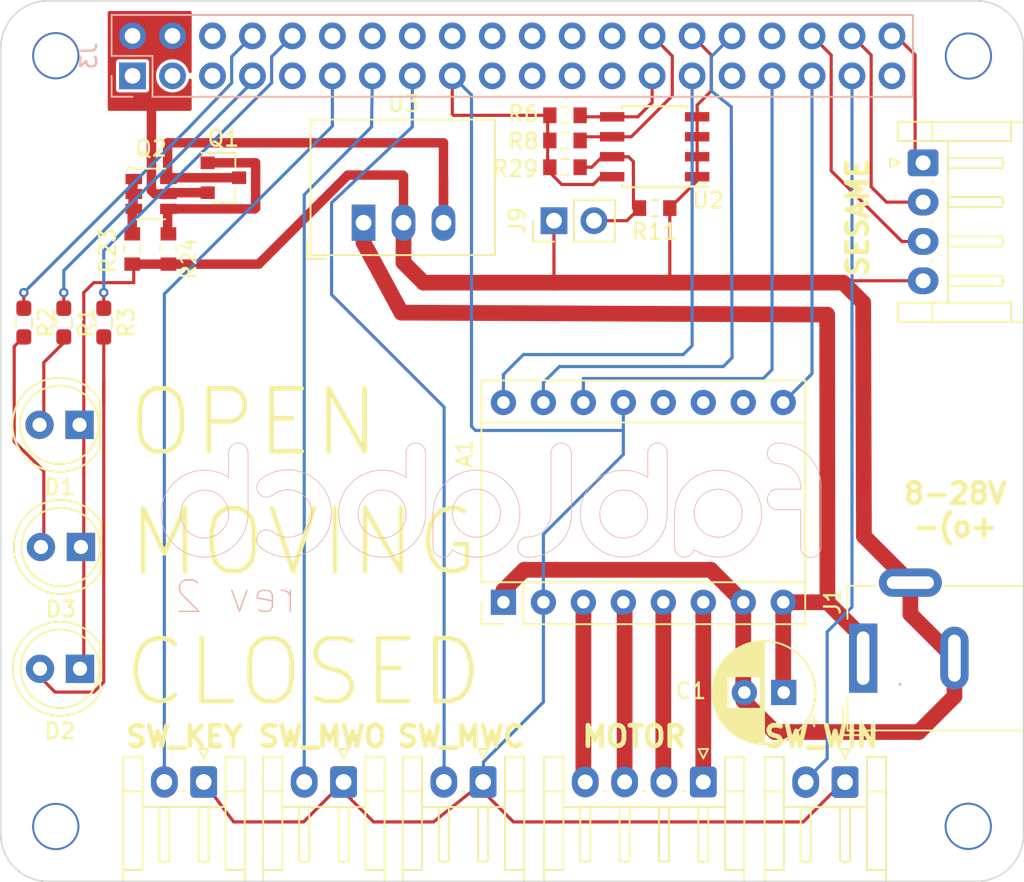
<source format=kicad_pcb>
(kicad_pcb (version 20171130) (host pcbnew 5.1.9)

  (general
    (thickness 1.6)
    (drawings 184)
    (tracks 226)
    (zones 0)
    (modules 31)
    (nets 32)
  )

  (page A4)
  (layers
    (0 F.Cu signal hide)
    (31 B.Cu signal)
    (32 B.Adhes user hide)
    (33 F.Adhes user hide)
    (34 B.Paste user)
    (35 F.Paste user hide)
    (36 B.SilkS user)
    (37 F.SilkS user hide)
    (38 B.Mask user)
    (39 F.Mask user hide)
    (40 Dwgs.User user hide)
    (41 Cmts.User user hide)
    (42 Eco1.User user hide)
    (43 Eco2.User user hide)
    (44 Edge.Cuts user)
    (45 Margin user hide)
    (46 B.CrtYd user)
    (47 F.CrtYd user hide)
    (48 B.Fab user)
    (49 F.Fab user hide)
  )

  (setup
    (last_trace_width 0.2)
    (user_trace_width 0.15)
    (user_trace_width 0.2)
    (user_trace_width 0.25)
    (user_trace_width 0.4)
    (user_trace_width 0.5)
    (user_trace_width 0.6)
    (user_trace_width 1)
    (user_trace_width 2)
    (trace_clearance 0.2)
    (zone_clearance 0.2)
    (zone_45_only no)
    (trace_min 0.15)
    (via_size 0.6)
    (via_drill 0.3)
    (via_min_size 0.4)
    (via_min_drill 0.2)
    (uvia_size 0.3)
    (uvia_drill 0.1)
    (uvias_allowed no)
    (uvia_min_size 0.2)
    (uvia_min_drill 0.1)
    (edge_width 0.15)
    (segment_width 0.15)
    (pcb_text_width 0.3)
    (pcb_text_size 1.5 1.5)
    (mod_edge_width 0.15)
    (mod_text_size 0.6 0.6)
    (mod_text_width 0.09)
    (pad_size 1.6 1.6)
    (pad_drill 0.8)
    (pad_to_mask_clearance 0.1)
    (aux_axis_origin 0 0)
    (visible_elements 7FFFFEFF)
    (pcbplotparams
      (layerselection 0x010f0_ffffffff)
      (usegerberextensions false)
      (usegerberattributes false)
      (usegerberadvancedattributes false)
      (creategerberjobfile false)
      (excludeedgelayer false)
      (linewidth 0.100000)
      (plotframeref false)
      (viasonmask false)
      (mode 1)
      (useauxorigin false)
      (hpglpennumber 1)
      (hpglpenspeed 20)
      (hpglpendiameter 15.000000)
      (psnegative false)
      (psa4output false)
      (plotreference true)
      (plotvalue false)
      (plotinvisibletext false)
      (padsonsilk true)
      (subtractmaskfromsilk false)
      (outputformat 1)
      (mirror false)
      (drillshape 0)
      (scaleselection 1)
      (outputdirectory "prod"))
  )

  (net 0 "")
  (net 1 GND)
  (net 2 /ID_SD_EEPROM)
  (net 3 /ID_SC_EEPROM)
  (net 4 "Net-(Q1-Pad1)")
  (net 5 "Net-(Q2-Pad1)")
  (net 6 /P5V_HAT)
  (net 7 /P3V3)
  (net 8 /P5V)
  (net 9 "Net-(J9-Pad2)")
  (net 10 "Net-(A1-Pad3)")
  (net 11 "Net-(A1-Pad4)")
  (net 12 "Net-(A1-Pad5)")
  (net 13 "Net-(A1-Pad6)")
  (net 14 /P12V)
  (net 15 /DRV_EN)
  (net 16 /DRV_SLP)
  (net 17 /DRV_STP)
  (net 18 /DRV_DIR)
  (net 19 /LED_OPEN)
  (net 20 /LED_CLOSED)
  (net 21 /LED_MOVING)
  (net 22 /OUT_SESAME_OPENING)
  (net 23 /OUT_SESAME_CLOSING)
  (net 24 /OUT_SESAME_OPEN)
  (net 25 /IN_KEY)
  (net 26 /IN_MWC)
  (net 27 /IN_MWO)
  (net 28 /IN_WIN)
  (net 29 "Net-(D1-Pad2)")
  (net 30 "Net-(D2-Pad2)")
  (net 31 "Net-(D3-Pad2)")

  (net_class Default "This is the default net class."
    (clearance 0.2)
    (trace_width 0.15)
    (via_dia 0.6)
    (via_drill 0.3)
    (uvia_dia 0.3)
    (uvia_drill 0.1)
    (add_net /DRV_DIR)
    (add_net /DRV_EN)
    (add_net /DRV_SLP)
    (add_net /DRV_STP)
    (add_net /ID_SC_EEPROM)
    (add_net /ID_SD_EEPROM)
    (add_net /IN_KEY)
    (add_net /IN_MWC)
    (add_net /IN_MWO)
    (add_net /IN_WIN)
    (add_net /LED_CLOSED)
    (add_net /LED_MOVING)
    (add_net /LED_OPEN)
    (add_net /OUT_SESAME_CLOSING)
    (add_net /OUT_SESAME_OPEN)
    (add_net /OUT_SESAME_OPENING)
    (add_net /P12V)
    (add_net /P3V3)
    (add_net /P5V)
    (add_net /P5V_HAT)
    (add_net GND)
    (add_net "Net-(A1-Pad3)")
    (add_net "Net-(A1-Pad4)")
    (add_net "Net-(A1-Pad5)")
    (add_net "Net-(A1-Pad6)")
    (add_net "Net-(D1-Pad2)")
    (add_net "Net-(D2-Pad2)")
    (add_net "Net-(D3-Pad2)")
    (add_net "Net-(J9-Pad2)")
    (add_net "Net-(Q1-Pad1)")
    (add_net "Net-(Q2-Pad1)")
  )

  (module Capacitor_THT:CP_Radial_D6.3mm_P2.50mm (layer F.Cu) (tedit 5AE50EF0) (tstamp 6063818E)
    (at 128.3 104.8 180)
    (descr "CP, Radial series, Radial, pin pitch=2.50mm, , diameter=6.3mm, Electrolytic Capacitor")
    (tags "CP Radial series Radial pin pitch 2.50mm  diameter 6.3mm Electrolytic Capacitor")
    (path /5FE44D33)
    (fp_text reference C1 (at 5.9 0.1) (layer F.SilkS)
      (effects (font (size 1 1) (thickness 0.15)))
    )
    (fp_text value 100UF-63V-20%_ELECT_ (at 1.25 4.4) (layer F.Fab)
      (effects (font (size 1 1) (thickness 0.15)))
    )
    (fp_text user %R (at 1.25 0) (layer F.Fab)
      (effects (font (size 1 1) (thickness 0.15)))
    )
    (fp_circle (center 1.25 0) (end 4.4 0) (layer F.Fab) (width 0.1))
    (fp_circle (center 1.25 0) (end 4.52 0) (layer F.SilkS) (width 0.12))
    (fp_circle (center 1.25 0) (end 4.65 0) (layer F.CrtYd) (width 0.05))
    (fp_line (start -1.443972 -1.3735) (end -0.813972 -1.3735) (layer F.Fab) (width 0.1))
    (fp_line (start -1.128972 -1.6885) (end -1.128972 -1.0585) (layer F.Fab) (width 0.1))
    (fp_line (start 1.25 -3.23) (end 1.25 3.23) (layer F.SilkS) (width 0.12))
    (fp_line (start 1.29 -3.23) (end 1.29 3.23) (layer F.SilkS) (width 0.12))
    (fp_line (start 1.33 -3.23) (end 1.33 3.23) (layer F.SilkS) (width 0.12))
    (fp_line (start 1.37 -3.228) (end 1.37 3.228) (layer F.SilkS) (width 0.12))
    (fp_line (start 1.41 -3.227) (end 1.41 3.227) (layer F.SilkS) (width 0.12))
    (fp_line (start 1.45 -3.224) (end 1.45 3.224) (layer F.SilkS) (width 0.12))
    (fp_line (start 1.49 -3.222) (end 1.49 -1.04) (layer F.SilkS) (width 0.12))
    (fp_line (start 1.49 1.04) (end 1.49 3.222) (layer F.SilkS) (width 0.12))
    (fp_line (start 1.53 -3.218) (end 1.53 -1.04) (layer F.SilkS) (width 0.12))
    (fp_line (start 1.53 1.04) (end 1.53 3.218) (layer F.SilkS) (width 0.12))
    (fp_line (start 1.57 -3.215) (end 1.57 -1.04) (layer F.SilkS) (width 0.12))
    (fp_line (start 1.57 1.04) (end 1.57 3.215) (layer F.SilkS) (width 0.12))
    (fp_line (start 1.61 -3.211) (end 1.61 -1.04) (layer F.SilkS) (width 0.12))
    (fp_line (start 1.61 1.04) (end 1.61 3.211) (layer F.SilkS) (width 0.12))
    (fp_line (start 1.65 -3.206) (end 1.65 -1.04) (layer F.SilkS) (width 0.12))
    (fp_line (start 1.65 1.04) (end 1.65 3.206) (layer F.SilkS) (width 0.12))
    (fp_line (start 1.69 -3.201) (end 1.69 -1.04) (layer F.SilkS) (width 0.12))
    (fp_line (start 1.69 1.04) (end 1.69 3.201) (layer F.SilkS) (width 0.12))
    (fp_line (start 1.73 -3.195) (end 1.73 -1.04) (layer F.SilkS) (width 0.12))
    (fp_line (start 1.73 1.04) (end 1.73 3.195) (layer F.SilkS) (width 0.12))
    (fp_line (start 1.77 -3.189) (end 1.77 -1.04) (layer F.SilkS) (width 0.12))
    (fp_line (start 1.77 1.04) (end 1.77 3.189) (layer F.SilkS) (width 0.12))
    (fp_line (start 1.81 -3.182) (end 1.81 -1.04) (layer F.SilkS) (width 0.12))
    (fp_line (start 1.81 1.04) (end 1.81 3.182) (layer F.SilkS) (width 0.12))
    (fp_line (start 1.85 -3.175) (end 1.85 -1.04) (layer F.SilkS) (width 0.12))
    (fp_line (start 1.85 1.04) (end 1.85 3.175) (layer F.SilkS) (width 0.12))
    (fp_line (start 1.89 -3.167) (end 1.89 -1.04) (layer F.SilkS) (width 0.12))
    (fp_line (start 1.89 1.04) (end 1.89 3.167) (layer F.SilkS) (width 0.12))
    (fp_line (start 1.93 -3.159) (end 1.93 -1.04) (layer F.SilkS) (width 0.12))
    (fp_line (start 1.93 1.04) (end 1.93 3.159) (layer F.SilkS) (width 0.12))
    (fp_line (start 1.971 -3.15) (end 1.971 -1.04) (layer F.SilkS) (width 0.12))
    (fp_line (start 1.971 1.04) (end 1.971 3.15) (layer F.SilkS) (width 0.12))
    (fp_line (start 2.011 -3.141) (end 2.011 -1.04) (layer F.SilkS) (width 0.12))
    (fp_line (start 2.011 1.04) (end 2.011 3.141) (layer F.SilkS) (width 0.12))
    (fp_line (start 2.051 -3.131) (end 2.051 -1.04) (layer F.SilkS) (width 0.12))
    (fp_line (start 2.051 1.04) (end 2.051 3.131) (layer F.SilkS) (width 0.12))
    (fp_line (start 2.091 -3.121) (end 2.091 -1.04) (layer F.SilkS) (width 0.12))
    (fp_line (start 2.091 1.04) (end 2.091 3.121) (layer F.SilkS) (width 0.12))
    (fp_line (start 2.131 -3.11) (end 2.131 -1.04) (layer F.SilkS) (width 0.12))
    (fp_line (start 2.131 1.04) (end 2.131 3.11) (layer F.SilkS) (width 0.12))
    (fp_line (start 2.171 -3.098) (end 2.171 -1.04) (layer F.SilkS) (width 0.12))
    (fp_line (start 2.171 1.04) (end 2.171 3.098) (layer F.SilkS) (width 0.12))
    (fp_line (start 2.211 -3.086) (end 2.211 -1.04) (layer F.SilkS) (width 0.12))
    (fp_line (start 2.211 1.04) (end 2.211 3.086) (layer F.SilkS) (width 0.12))
    (fp_line (start 2.251 -3.074) (end 2.251 -1.04) (layer F.SilkS) (width 0.12))
    (fp_line (start 2.251 1.04) (end 2.251 3.074) (layer F.SilkS) (width 0.12))
    (fp_line (start 2.291 -3.061) (end 2.291 -1.04) (layer F.SilkS) (width 0.12))
    (fp_line (start 2.291 1.04) (end 2.291 3.061) (layer F.SilkS) (width 0.12))
    (fp_line (start 2.331 -3.047) (end 2.331 -1.04) (layer F.SilkS) (width 0.12))
    (fp_line (start 2.331 1.04) (end 2.331 3.047) (layer F.SilkS) (width 0.12))
    (fp_line (start 2.371 -3.033) (end 2.371 -1.04) (layer F.SilkS) (width 0.12))
    (fp_line (start 2.371 1.04) (end 2.371 3.033) (layer F.SilkS) (width 0.12))
    (fp_line (start 2.411 -3.018) (end 2.411 -1.04) (layer F.SilkS) (width 0.12))
    (fp_line (start 2.411 1.04) (end 2.411 3.018) (layer F.SilkS) (width 0.12))
    (fp_line (start 2.451 -3.002) (end 2.451 -1.04) (layer F.SilkS) (width 0.12))
    (fp_line (start 2.451 1.04) (end 2.451 3.002) (layer F.SilkS) (width 0.12))
    (fp_line (start 2.491 -2.986) (end 2.491 -1.04) (layer F.SilkS) (width 0.12))
    (fp_line (start 2.491 1.04) (end 2.491 2.986) (layer F.SilkS) (width 0.12))
    (fp_line (start 2.531 -2.97) (end 2.531 -1.04) (layer F.SilkS) (width 0.12))
    (fp_line (start 2.531 1.04) (end 2.531 2.97) (layer F.SilkS) (width 0.12))
    (fp_line (start 2.571 -2.952) (end 2.571 -1.04) (layer F.SilkS) (width 0.12))
    (fp_line (start 2.571 1.04) (end 2.571 2.952) (layer F.SilkS) (width 0.12))
    (fp_line (start 2.611 -2.934) (end 2.611 -1.04) (layer F.SilkS) (width 0.12))
    (fp_line (start 2.611 1.04) (end 2.611 2.934) (layer F.SilkS) (width 0.12))
    (fp_line (start 2.651 -2.916) (end 2.651 -1.04) (layer F.SilkS) (width 0.12))
    (fp_line (start 2.651 1.04) (end 2.651 2.916) (layer F.SilkS) (width 0.12))
    (fp_line (start 2.691 -2.896) (end 2.691 -1.04) (layer F.SilkS) (width 0.12))
    (fp_line (start 2.691 1.04) (end 2.691 2.896) (layer F.SilkS) (width 0.12))
    (fp_line (start 2.731 -2.876) (end 2.731 -1.04) (layer F.SilkS) (width 0.12))
    (fp_line (start 2.731 1.04) (end 2.731 2.876) (layer F.SilkS) (width 0.12))
    (fp_line (start 2.771 -2.856) (end 2.771 -1.04) (layer F.SilkS) (width 0.12))
    (fp_line (start 2.771 1.04) (end 2.771 2.856) (layer F.SilkS) (width 0.12))
    (fp_line (start 2.811 -2.834) (end 2.811 -1.04) (layer F.SilkS) (width 0.12))
    (fp_line (start 2.811 1.04) (end 2.811 2.834) (layer F.SilkS) (width 0.12))
    (fp_line (start 2.851 -2.812) (end 2.851 -1.04) (layer F.SilkS) (width 0.12))
    (fp_line (start 2.851 1.04) (end 2.851 2.812) (layer F.SilkS) (width 0.12))
    (fp_line (start 2.891 -2.79) (end 2.891 -1.04) (layer F.SilkS) (width 0.12))
    (fp_line (start 2.891 1.04) (end 2.891 2.79) (layer F.SilkS) (width 0.12))
    (fp_line (start 2.931 -2.766) (end 2.931 -1.04) (layer F.SilkS) (width 0.12))
    (fp_line (start 2.931 1.04) (end 2.931 2.766) (layer F.SilkS) (width 0.12))
    (fp_line (start 2.971 -2.742) (end 2.971 -1.04) (layer F.SilkS) (width 0.12))
    (fp_line (start 2.971 1.04) (end 2.971 2.742) (layer F.SilkS) (width 0.12))
    (fp_line (start 3.011 -2.716) (end 3.011 -1.04) (layer F.SilkS) (width 0.12))
    (fp_line (start 3.011 1.04) (end 3.011 2.716) (layer F.SilkS) (width 0.12))
    (fp_line (start 3.051 -2.69) (end 3.051 -1.04) (layer F.SilkS) (width 0.12))
    (fp_line (start 3.051 1.04) (end 3.051 2.69) (layer F.SilkS) (width 0.12))
    (fp_line (start 3.091 -2.664) (end 3.091 -1.04) (layer F.SilkS) (width 0.12))
    (fp_line (start 3.091 1.04) (end 3.091 2.664) (layer F.SilkS) (width 0.12))
    (fp_line (start 3.131 -2.636) (end 3.131 -1.04) (layer F.SilkS) (width 0.12))
    (fp_line (start 3.131 1.04) (end 3.131 2.636) (layer F.SilkS) (width 0.12))
    (fp_line (start 3.171 -2.607) (end 3.171 -1.04) (layer F.SilkS) (width 0.12))
    (fp_line (start 3.171 1.04) (end 3.171 2.607) (layer F.SilkS) (width 0.12))
    (fp_line (start 3.211 -2.578) (end 3.211 -1.04) (layer F.SilkS) (width 0.12))
    (fp_line (start 3.211 1.04) (end 3.211 2.578) (layer F.SilkS) (width 0.12))
    (fp_line (start 3.251 -2.548) (end 3.251 -1.04) (layer F.SilkS) (width 0.12))
    (fp_line (start 3.251 1.04) (end 3.251 2.548) (layer F.SilkS) (width 0.12))
    (fp_line (start 3.291 -2.516) (end 3.291 -1.04) (layer F.SilkS) (width 0.12))
    (fp_line (start 3.291 1.04) (end 3.291 2.516) (layer F.SilkS) (width 0.12))
    (fp_line (start 3.331 -2.484) (end 3.331 -1.04) (layer F.SilkS) (width 0.12))
    (fp_line (start 3.331 1.04) (end 3.331 2.484) (layer F.SilkS) (width 0.12))
    (fp_line (start 3.371 -2.45) (end 3.371 -1.04) (layer F.SilkS) (width 0.12))
    (fp_line (start 3.371 1.04) (end 3.371 2.45) (layer F.SilkS) (width 0.12))
    (fp_line (start 3.411 -2.416) (end 3.411 -1.04) (layer F.SilkS) (width 0.12))
    (fp_line (start 3.411 1.04) (end 3.411 2.416) (layer F.SilkS) (width 0.12))
    (fp_line (start 3.451 -2.38) (end 3.451 -1.04) (layer F.SilkS) (width 0.12))
    (fp_line (start 3.451 1.04) (end 3.451 2.38) (layer F.SilkS) (width 0.12))
    (fp_line (start 3.491 -2.343) (end 3.491 -1.04) (layer F.SilkS) (width 0.12))
    (fp_line (start 3.491 1.04) (end 3.491 2.343) (layer F.SilkS) (width 0.12))
    (fp_line (start 3.531 -2.305) (end 3.531 -1.04) (layer F.SilkS) (width 0.12))
    (fp_line (start 3.531 1.04) (end 3.531 2.305) (layer F.SilkS) (width 0.12))
    (fp_line (start 3.571 -2.265) (end 3.571 2.265) (layer F.SilkS) (width 0.12))
    (fp_line (start 3.611 -2.224) (end 3.611 2.224) (layer F.SilkS) (width 0.12))
    (fp_line (start 3.651 -2.182) (end 3.651 2.182) (layer F.SilkS) (width 0.12))
    (fp_line (start 3.691 -2.137) (end 3.691 2.137) (layer F.SilkS) (width 0.12))
    (fp_line (start 3.731 -2.092) (end 3.731 2.092) (layer F.SilkS) (width 0.12))
    (fp_line (start 3.771 -2.044) (end 3.771 2.044) (layer F.SilkS) (width 0.12))
    (fp_line (start 3.811 -1.995) (end 3.811 1.995) (layer F.SilkS) (width 0.12))
    (fp_line (start 3.851 -1.944) (end 3.851 1.944) (layer F.SilkS) (width 0.12))
    (fp_line (start 3.891 -1.89) (end 3.891 1.89) (layer F.SilkS) (width 0.12))
    (fp_line (start 3.931 -1.834) (end 3.931 1.834) (layer F.SilkS) (width 0.12))
    (fp_line (start 3.971 -1.776) (end 3.971 1.776) (layer F.SilkS) (width 0.12))
    (fp_line (start 4.011 -1.714) (end 4.011 1.714) (layer F.SilkS) (width 0.12))
    (fp_line (start 4.051 -1.65) (end 4.051 1.65) (layer F.SilkS) (width 0.12))
    (fp_line (start 4.091 -1.581) (end 4.091 1.581) (layer F.SilkS) (width 0.12))
    (fp_line (start 4.131 -1.509) (end 4.131 1.509) (layer F.SilkS) (width 0.12))
    (fp_line (start 4.171 -1.432) (end 4.171 1.432) (layer F.SilkS) (width 0.12))
    (fp_line (start 4.211 -1.35) (end 4.211 1.35) (layer F.SilkS) (width 0.12))
    (fp_line (start 4.251 -1.262) (end 4.251 1.262) (layer F.SilkS) (width 0.12))
    (fp_line (start 4.291 -1.165) (end 4.291 1.165) (layer F.SilkS) (width 0.12))
    (fp_line (start 4.331 -1.059) (end 4.331 1.059) (layer F.SilkS) (width 0.12))
    (fp_line (start 4.371 -0.94) (end 4.371 0.94) (layer F.SilkS) (width 0.12))
    (fp_line (start 4.411 -0.802) (end 4.411 0.802) (layer F.SilkS) (width 0.12))
    (fp_line (start 4.451 -0.633) (end 4.451 0.633) (layer F.SilkS) (width 0.12))
    (fp_line (start 4.491 -0.402) (end 4.491 0.402) (layer F.SilkS) (width 0.12))
    (fp_line (start -2.250241 -1.839) (end -1.620241 -1.839) (layer F.SilkS) (width 0.12))
    (fp_line (start -1.935241 -2.154) (end -1.935241 -1.524) (layer F.SilkS) (width 0.12))
    (pad 2 thru_hole circle (at 2.5 0 180) (size 1.6 1.6) (drill 0.8) (layers *.Cu *.Mask)
      (net 1 GND))
    (pad 1 thru_hole rect (at 0 0 180) (size 1.6 1.6) (drill 0.8) (layers *.Cu *.Mask)
      (net 14 /P12V))
    (model ${KISYS3DMOD}/Capacitor_THT.3dshapes/CP_Radial_D6.3mm_P2.50mm.wrl
      (at (xyz 0 0 0))
      (scale (xyz 1 1 1))
      (rotate (xyz 0 0 0))
    )
  )

  (module Module:Pololu_Breakout-16_15.2x20.3mm (layer F.Cu) (tedit 58AB602C) (tstamp 6007C265)
    (at 110.49 99.06 90)
    (descr "Pololu Breakout 16-pin 15.2x20.3mm 0.6x0.8\\")
    (tags "Pololu Breakout")
    (path /5FD977F4)
    (fp_text reference A1 (at 9.46 -2.49 90) (layer F.SilkS)
      (effects (font (size 1 1) (thickness 0.15)))
    )
    (fp_text value Pololu_Breakout_A4988 (at 6.35 20.17 90) (layer F.Fab)
      (effects (font (size 1 1) (thickness 0.15)))
    )
    (fp_line (start 11.43 -1.4) (end 11.43 19.18) (layer F.SilkS) (width 0.12))
    (fp_line (start 1.27 1.27) (end 1.27 19.18) (layer F.SilkS) (width 0.12))
    (fp_line (start 0 -1.4) (end -1.4 -1.4) (layer F.SilkS) (width 0.12))
    (fp_line (start -1.4 -1.4) (end -1.4 0) (layer F.SilkS) (width 0.12))
    (fp_line (start 1.27 -1.4) (end 1.27 1.27) (layer F.SilkS) (width 0.12))
    (fp_line (start 1.27 1.27) (end -1.4 1.27) (layer F.SilkS) (width 0.12))
    (fp_line (start -1.4 1.27) (end -1.4 19.18) (layer F.SilkS) (width 0.12))
    (fp_line (start -1.4 19.18) (end 14.1 19.18) (layer F.SilkS) (width 0.12))
    (fp_line (start 14.1 19.18) (end 14.1 -1.4) (layer F.SilkS) (width 0.12))
    (fp_line (start 14.1 -1.4) (end 1.27 -1.4) (layer F.SilkS) (width 0.12))
    (fp_line (start -1.27 0) (end 0 -1.27) (layer F.Fab) (width 0.1))
    (fp_line (start 0 -1.27) (end 13.97 -1.27) (layer F.Fab) (width 0.1))
    (fp_line (start 13.97 -1.27) (end 13.97 19.05) (layer F.Fab) (width 0.1))
    (fp_line (start 13.97 19.05) (end -1.27 19.05) (layer F.Fab) (width 0.1))
    (fp_line (start -1.27 19.05) (end -1.27 0) (layer F.Fab) (width 0.1))
    (fp_line (start -1.53 -1.52) (end 14.21 -1.52) (layer F.CrtYd) (width 0.05))
    (fp_line (start -1.53 -1.52) (end -1.53 19.3) (layer F.CrtYd) (width 0.05))
    (fp_line (start 14.21 19.3) (end 14.21 -1.52) (layer F.CrtYd) (width 0.05))
    (fp_line (start 14.21 19.3) (end -1.53 19.3) (layer F.CrtYd) (width 0.05))
    (fp_text user %R (at 6.35 0 90) (layer F.Fab)
      (effects (font (size 1 1) (thickness 0.15)))
    )
    (pad 1 thru_hole rect (at 0 0 90) (size 1.6 1.6) (drill 0.8) (layers *.Cu *.Mask)
      (net 1 GND))
    (pad 9 thru_hole oval (at 12.7 17.78 90) (size 1.6 1.6) (drill 0.8) (layers *.Cu *.Mask)
      (net 15 /DRV_EN))
    (pad 2 thru_hole oval (at 0 2.54 90) (size 1.6 1.6) (drill 0.8) (layers *.Cu *.Mask)
      (net 7 /P3V3))
    (pad 10 thru_hole oval (at 12.7 15.24 90) (size 1.6 1.6) (drill 0.8) (layers *.Cu *.Mask))
    (pad 3 thru_hole oval (at 0 5.08 90) (size 1.6 1.6) (drill 0.8) (layers *.Cu *.Mask)
      (net 10 "Net-(A1-Pad3)"))
    (pad 11 thru_hole oval (at 12.7 12.7 90) (size 1.6 1.6) (drill 0.8) (layers *.Cu *.Mask))
    (pad 4 thru_hole oval (at 0 7.62 90) (size 1.6 1.6) (drill 0.8) (layers *.Cu *.Mask)
      (net 11 "Net-(A1-Pad4)"))
    (pad 12 thru_hole oval (at 12.7 10.16 90) (size 1.6 1.6) (drill 0.8) (layers *.Cu *.Mask))
    (pad 5 thru_hole oval (at 0 10.16 90) (size 1.6 1.6) (drill 0.8) (layers *.Cu *.Mask)
      (net 12 "Net-(A1-Pad5)"))
    (pad 13 thru_hole oval (at 12.7 7.62 90) (size 1.6 1.6) (drill 0.8) (layers *.Cu *.Mask)
      (net 7 /P3V3))
    (pad 6 thru_hole oval (at 0 12.7 90) (size 1.6 1.6) (drill 0.8) (layers *.Cu *.Mask)
      (net 13 "Net-(A1-Pad6)"))
    (pad 14 thru_hole oval (at 12.7 5.08 90) (size 1.6 1.6) (drill 0.8) (layers *.Cu *.Mask)
      (net 16 /DRV_SLP))
    (pad 7 thru_hole oval (at 0 15.24 90) (size 1.6 1.6) (drill 0.8) (layers *.Cu *.Mask)
      (net 1 GND))
    (pad 15 thru_hole oval (at 12.7 2.54 90) (size 1.6 1.6) (drill 0.8) (layers *.Cu *.Mask)
      (net 17 /DRV_STP))
    (pad 8 thru_hole oval (at 0 17.78 90) (size 1.6 1.6) (drill 0.8) (layers *.Cu *.Mask)
      (net 14 /P12V))
    (pad 16 thru_hole oval (at 12.7 0 90) (size 1.6 1.6) (drill 0.8) (layers *.Cu *.Mask)
      (net 18 /DRV_DIR))
    (model ${KISYS3DMOD}/Module.3dshapes/Pololu_Breakout-16_15.2x20.3mm.wrl
      (at (xyz 0 0 0))
      (scale (xyz 1 1 1))
      (rotate (xyz 0 0 0))
    )
  )

  (module LED_THT:LED_D5.0mm (layer F.Cu) (tedit 5995936A) (tstamp 60079825)
    (at 83.58 103.29 180)
    (descr "LED, diameter 5.0mm, 2 pins, http://cdn-reichelt.de/documents/datenblatt/A500/LL-504BC2E-009.pdf")
    (tags "LED diameter 5.0mm 2 pins")
    (path /5FF4BA2C)
    (fp_text reference D2 (at 1.27 -3.96) (layer F.SilkS)
      (effects (font (size 1 1) (thickness 0.15)))
    )
    (fp_text value LED_GREEN (at 1.27 3.96) (layer F.Fab)
      (effects (font (size 1 1) (thickness 0.15)))
    )
    (fp_line (start 4.5 -3.25) (end -1.95 -3.25) (layer F.CrtYd) (width 0.05))
    (fp_line (start 4.5 3.25) (end 4.5 -3.25) (layer F.CrtYd) (width 0.05))
    (fp_line (start -1.95 3.25) (end 4.5 3.25) (layer F.CrtYd) (width 0.05))
    (fp_line (start -1.95 -3.25) (end -1.95 3.25) (layer F.CrtYd) (width 0.05))
    (fp_line (start -1.29 -1.545) (end -1.29 1.545) (layer F.SilkS) (width 0.12))
    (fp_line (start -1.23 -1.469694) (end -1.23 1.469694) (layer F.Fab) (width 0.1))
    (fp_circle (center 1.27 0) (end 3.77 0) (layer F.SilkS) (width 0.12))
    (fp_circle (center 1.27 0) (end 3.77 0) (layer F.Fab) (width 0.1))
    (fp_text user %R (at 1.25 7.054999) (layer F.Fab)
      (effects (font (size 0.8 0.8) (thickness 0.2)))
    )
    (fp_arc (start 1.27 0) (end -1.29 1.54483) (angle -148.9) (layer F.SilkS) (width 0.12))
    (fp_arc (start 1.27 0) (end -1.29 -1.54483) (angle 148.9) (layer F.SilkS) (width 0.12))
    (fp_arc (start 1.27 0) (end -1.23 -1.469694) (angle 299.1) (layer F.Fab) (width 0.1))
    (pad 2 thru_hole circle (at 2.54 0 180) (size 1.8 1.8) (drill 0.9) (layers *.Cu *.Mask)
      (net 30 "Net-(D2-Pad2)"))
    (pad 1 thru_hole rect (at 0 0 180) (size 1.8 1.8) (drill 0.9) (layers *.Cu *.Mask)
      (net 1 GND))
    (model ${KISYS3DMOD}/LED_THT.3dshapes/LED_D5.0mm.wrl
      (at (xyz 0 0 0))
      (scale (xyz 1 1 1))
      (rotate (xyz 0 0 0))
    )
  )

  (module Resistor_SMD:R_0603_1608Metric_Pad0.98x0.95mm_HandSolder (layer F.Cu) (tedit 5F68FEEE) (tstamp 6007F05C)
    (at 80.01 81.28 270)
    (descr "Resistor SMD 0603 (1608 Metric), square (rectangular) end terminal, IPC_7351 nominal with elongated pad for handsoldering. (Body size source: IPC-SM-782 page 72, https://www.pcb-3d.com/wordpress/wp-content/uploads/ipc-sm-782a_amendment_1_and_2.pdf), generated with kicad-footprint-generator")
    (tags "resistor handsolder")
    (path /5FE9F166)
    (attr smd)
    (fp_text reference R2 (at 0 -1.43 90) (layer F.SilkS)
      (effects (font (size 1 1) (thickness 0.15)))
    )
    (fp_text value 1K (at 0 1.43 90) (layer F.Fab)
      (effects (font (size 1 1) (thickness 0.15)))
    )
    (fp_line (start 1.65 0.73) (end -1.65 0.73) (layer F.CrtYd) (width 0.05))
    (fp_line (start 1.65 -0.73) (end 1.65 0.73) (layer F.CrtYd) (width 0.05))
    (fp_line (start -1.65 -0.73) (end 1.65 -0.73) (layer F.CrtYd) (width 0.05))
    (fp_line (start -1.65 0.73) (end -1.65 -0.73) (layer F.CrtYd) (width 0.05))
    (fp_line (start -0.254724 0.5225) (end 0.254724 0.5225) (layer F.SilkS) (width 0.12))
    (fp_line (start -0.254724 -0.5225) (end 0.254724 -0.5225) (layer F.SilkS) (width 0.12))
    (fp_line (start 0.8 0.4125) (end -0.8 0.4125) (layer F.Fab) (width 0.1))
    (fp_line (start 0.8 -0.4125) (end 0.8 0.4125) (layer F.Fab) (width 0.1))
    (fp_line (start -0.8 -0.4125) (end 0.8 -0.4125) (layer F.Fab) (width 0.1))
    (fp_line (start -0.8 0.4125) (end -0.8 -0.4125) (layer F.Fab) (width 0.1))
    (fp_text user %R (at 0 0 90) (layer F.Fab)
      (effects (font (size 0.4 0.4) (thickness 0.06)))
    )
    (pad 2 smd roundrect (at 0.9125 0 270) (size 0.975 0.95) (layers F.Cu F.Paste F.Mask) (roundrect_rratio 0.25)
      (net 31 "Net-(D3-Pad2)"))
    (pad 1 smd roundrect (at -0.9125 0 270) (size 0.975 0.95) (layers F.Cu F.Paste F.Mask) (roundrect_rratio 0.25)
      (net 21 /LED_MOVING))
    (model ${KISYS3DMOD}/Resistor_SMD.3dshapes/R_0603_1608Metric.wrl
      (at (xyz 0 0 0))
      (scale (xyz 1 1 1))
      (rotate (xyz 0 0 0))
    )
  )

  (module Resistor_SMD:R_0603_1608Metric_Pad0.98x0.95mm_HandSolder (layer F.Cu) (tedit 5F68FEEE) (tstamp 6007F04B)
    (at 85.09 81.28 270)
    (descr "Resistor SMD 0603 (1608 Metric), square (rectangular) end terminal, IPC_7351 nominal with elongated pad for handsoldering. (Body size source: IPC-SM-782 page 72, https://www.pcb-3d.com/wordpress/wp-content/uploads/ipc-sm-782a_amendment_1_and_2.pdf), generated with kicad-footprint-generator")
    (tags "resistor handsolder")
    (path /5FE9ECF4)
    (attr smd)
    (fp_text reference R3 (at 0 -1.43 90) (layer F.SilkS)
      (effects (font (size 1 1) (thickness 0.15)))
    )
    (fp_text value 680 (at 0 1.43 90) (layer F.Fab)
      (effects (font (size 1 1) (thickness 0.15)))
    )
    (fp_line (start 1.65 0.73) (end -1.65 0.73) (layer F.CrtYd) (width 0.05))
    (fp_line (start 1.65 -0.73) (end 1.65 0.73) (layer F.CrtYd) (width 0.05))
    (fp_line (start -1.65 -0.73) (end 1.65 -0.73) (layer F.CrtYd) (width 0.05))
    (fp_line (start -1.65 0.73) (end -1.65 -0.73) (layer F.CrtYd) (width 0.05))
    (fp_line (start -0.254724 0.5225) (end 0.254724 0.5225) (layer F.SilkS) (width 0.12))
    (fp_line (start -0.254724 -0.5225) (end 0.254724 -0.5225) (layer F.SilkS) (width 0.12))
    (fp_line (start 0.8 0.4125) (end -0.8 0.4125) (layer F.Fab) (width 0.1))
    (fp_line (start 0.8 -0.4125) (end 0.8 0.4125) (layer F.Fab) (width 0.1))
    (fp_line (start -0.8 -0.4125) (end 0.8 -0.4125) (layer F.Fab) (width 0.1))
    (fp_line (start -0.8 0.4125) (end -0.8 -0.4125) (layer F.Fab) (width 0.1))
    (fp_text user %R (at 0 0 90) (layer F.Fab)
      (effects (font (size 0.4 0.4) (thickness 0.06)))
    )
    (pad 2 smd roundrect (at 0.9125 0 270) (size 0.975 0.95) (layers F.Cu F.Paste F.Mask) (roundrect_rratio 0.25)
      (net 30 "Net-(D2-Pad2)"))
    (pad 1 smd roundrect (at -0.9125 0 270) (size 0.975 0.95) (layers F.Cu F.Paste F.Mask) (roundrect_rratio 0.25)
      (net 20 /LED_CLOSED))
    (model ${KISYS3DMOD}/Resistor_SMD.3dshapes/R_0603_1608Metric.wrl
      (at (xyz 0 0 0))
      (scale (xyz 1 1 1))
      (rotate (xyz 0 0 0))
    )
  )

  (module Resistor_SMD:R_0603_1608Metric_Pad0.98x0.95mm_HandSolder (layer F.Cu) (tedit 5F68FEEE) (tstamp 6007F03A)
    (at 82.55 81.28 270)
    (descr "Resistor SMD 0603 (1608 Metric), square (rectangular) end terminal, IPC_7351 nominal with elongated pad for handsoldering. (Body size source: IPC-SM-782 page 72, https://www.pcb-3d.com/wordpress/wp-content/uploads/ipc-sm-782a_amendment_1_and_2.pdf), generated with kicad-footprint-generator")
    (tags "resistor handsolder")
    (path /5FE9D008)
    (attr smd)
    (fp_text reference R1 (at 0 -1.43 90) (layer F.SilkS)
      (effects (font (size 1 1) (thickness 0.15)))
    )
    (fp_text value 470 (at 0 1.43 90) (layer F.Fab)
      (effects (font (size 1 1) (thickness 0.15)))
    )
    (fp_line (start 1.65 0.73) (end -1.65 0.73) (layer F.CrtYd) (width 0.05))
    (fp_line (start 1.65 -0.73) (end 1.65 0.73) (layer F.CrtYd) (width 0.05))
    (fp_line (start -1.65 -0.73) (end 1.65 -0.73) (layer F.CrtYd) (width 0.05))
    (fp_line (start -1.65 0.73) (end -1.65 -0.73) (layer F.CrtYd) (width 0.05))
    (fp_line (start -0.254724 0.5225) (end 0.254724 0.5225) (layer F.SilkS) (width 0.12))
    (fp_line (start -0.254724 -0.5225) (end 0.254724 -0.5225) (layer F.SilkS) (width 0.12))
    (fp_line (start 0.8 0.4125) (end -0.8 0.4125) (layer F.Fab) (width 0.1))
    (fp_line (start 0.8 -0.4125) (end 0.8 0.4125) (layer F.Fab) (width 0.1))
    (fp_line (start -0.8 -0.4125) (end 0.8 -0.4125) (layer F.Fab) (width 0.1))
    (fp_line (start -0.8 0.4125) (end -0.8 -0.4125) (layer F.Fab) (width 0.1))
    (fp_text user %R (at 0 0 90) (layer F.Fab)
      (effects (font (size 0.4 0.4) (thickness 0.06)))
    )
    (pad 2 smd roundrect (at 0.9125 0 270) (size 0.975 0.95) (layers F.Cu F.Paste F.Mask) (roundrect_rratio 0.25)
      (net 29 "Net-(D1-Pad2)"))
    (pad 1 smd roundrect (at -0.9125 0 270) (size 0.975 0.95) (layers F.Cu F.Paste F.Mask) (roundrect_rratio 0.25)
      (net 19 /LED_OPEN))
    (model ${KISYS3DMOD}/Resistor_SMD.3dshapes/R_0603_1608Metric.wrl
      (at (xyz 0 0 0))
      (scale (xyz 1 1 1))
      (rotate (xyz 0 0 0))
    )
  )

  (module Connector_JST:JST_EH_S2B-EH_1x02_P2.50mm_Horizontal (layer F.Cu) (tedit 5C281425) (tstamp 6007AE9C)
    (at 91.44 110.49 180)
    (descr "JST EH series connector, S2B-EH (http://www.jst-mfg.com/product/pdf/eng/eEH.pdf), generated with kicad-footprint-generator")
    (tags "connector JST EH horizontal")
    (path /601534F0)
    (fp_text reference J15 (at 1.64 -8.71) (layer F.SilkS) hide
      (effects (font (size 1 1) (thickness 0.15)))
    )
    (fp_text value Conn_01x02_Male (at 1.25 2.7) (layer F.Fab)
      (effects (font (size 1 1) (thickness 0.15)))
    )
    (fp_line (start 0 -1.407107) (end 0.5 -0.7) (layer F.Fab) (width 0.1))
    (fp_line (start -0.5 -0.7) (end 0 -1.407107) (layer F.Fab) (width 0.1))
    (fp_line (start 0.3 2.1) (end 0 1.5) (layer F.SilkS) (width 0.12))
    (fp_line (start -0.3 2.1) (end 0.3 2.1) (layer F.SilkS) (width 0.12))
    (fp_line (start 0 1.5) (end -0.3 2.1) (layer F.SilkS) (width 0.12))
    (fp_line (start 2.82 -1.59) (end 2.5 -1.59) (layer F.SilkS) (width 0.12))
    (fp_line (start 2.82 -5.01) (end 2.82 -1.59) (layer F.SilkS) (width 0.12))
    (fp_line (start 2.5 -5.09) (end 2.82 -5.01) (layer F.SilkS) (width 0.12))
    (fp_line (start 2.18 -5.01) (end 2.5 -5.09) (layer F.SilkS) (width 0.12))
    (fp_line (start 2.18 -1.59) (end 2.18 -5.01) (layer F.SilkS) (width 0.12))
    (fp_line (start 2.5 -1.59) (end 2.18 -1.59) (layer F.SilkS) (width 0.12))
    (fp_line (start 1.17 -0.59) (end 1.33 -0.59) (layer F.SilkS) (width 0.12))
    (fp_line (start 0.32 -1.59) (end 0 -1.59) (layer F.SilkS) (width 0.12))
    (fp_line (start 0.32 -5.01) (end 0.32 -1.59) (layer F.SilkS) (width 0.12))
    (fp_line (start 0 -5.09) (end 0.32 -5.01) (layer F.SilkS) (width 0.12))
    (fp_line (start -0.32 -5.01) (end 0 -5.09) (layer F.SilkS) (width 0.12))
    (fp_line (start -0.32 -1.59) (end -0.32 -5.01) (layer F.SilkS) (width 0.12))
    (fp_line (start 0 -1.59) (end -0.32 -1.59) (layer F.SilkS) (width 0.12))
    (fp_line (start -1.39 -1.59) (end 3.89 -1.59) (layer F.SilkS) (width 0.12))
    (fp_line (start 3.89 -0.59) (end 5.11 -0.59) (layer F.SilkS) (width 0.12))
    (fp_line (start 3.89 -5.59) (end 3.89 -0.59) (layer F.SilkS) (width 0.12))
    (fp_line (start 5.11 -5.59) (end 3.89 -5.59) (layer F.SilkS) (width 0.12))
    (fp_line (start -1.39 -0.59) (end -2.61 -0.59) (layer F.SilkS) (width 0.12))
    (fp_line (start -1.39 -5.59) (end -1.39 -0.59) (layer F.SilkS) (width 0.12))
    (fp_line (start -2.61 -5.59) (end -1.39 -5.59) (layer F.SilkS) (width 0.12))
    (fp_line (start 3.89 1.61) (end 3.89 -0.59) (layer F.SilkS) (width 0.12))
    (fp_line (start 5.11 1.61) (end 3.89 1.61) (layer F.SilkS) (width 0.12))
    (fp_line (start 5.11 -6.81) (end 5.11 1.61) (layer F.SilkS) (width 0.12))
    (fp_line (start -2.61 -6.81) (end 5.11 -6.81) (layer F.SilkS) (width 0.12))
    (fp_line (start -2.61 1.61) (end -2.61 -6.81) (layer F.SilkS) (width 0.12))
    (fp_line (start -1.39 1.61) (end -2.61 1.61) (layer F.SilkS) (width 0.12))
    (fp_line (start -1.39 -0.59) (end -1.39 1.61) (layer F.SilkS) (width 0.12))
    (fp_line (start 5.5 -7.2) (end -3 -7.2) (layer F.CrtYd) (width 0.05))
    (fp_line (start 5.5 2) (end 5.5 -7.2) (layer F.CrtYd) (width 0.05))
    (fp_line (start -3 2) (end 5.5 2) (layer F.CrtYd) (width 0.05))
    (fp_line (start -3 -7.2) (end -3 2) (layer F.CrtYd) (width 0.05))
    (fp_line (start 4 -0.7) (end -1.5 -0.7) (layer F.Fab) (width 0.1))
    (fp_line (start 4 1.5) (end 4 -0.7) (layer F.Fab) (width 0.1))
    (fp_line (start 5 1.5) (end 4 1.5) (layer F.Fab) (width 0.1))
    (fp_line (start 5 -6.7) (end 5 1.5) (layer F.Fab) (width 0.1))
    (fp_line (start -2.5 -6.7) (end 5 -6.7) (layer F.Fab) (width 0.1))
    (fp_line (start -2.5 1.5) (end -2.5 -6.7) (layer F.Fab) (width 0.1))
    (fp_line (start -1.5 1.5) (end -2.5 1.5) (layer F.Fab) (width 0.1))
    (fp_line (start -1.5 -0.7) (end -1.5 1.5) (layer F.Fab) (width 0.1))
    (fp_text user %R (at 1.25 -2.6) (layer F.Fab)
      (effects (font (size 1 1) (thickness 0.15)))
    )
    (pad 2 thru_hole oval (at 2.5 0 180) (size 1.7 2) (drill 1) (layers *.Cu *.Mask)
      (net 25 /IN_KEY))
    (pad 1 thru_hole roundrect (at 0 0 180) (size 1.7 2) (drill 1) (layers *.Cu *.Mask) (roundrect_rratio 0.1470588235294118)
      (net 7 /P3V3))
    (model ${KISYS3DMOD}/Connector_JST.3dshapes/JST_EH_S2B-EH_1x02_P2.50mm_Horizontal.wrl
      (at (xyz 0 0 0))
      (scale (xyz 1 1 1))
      (rotate (xyz 0 0 0))
    )
  )

  (module Connector_PinSocket_2.54mm:PinSocket_2x20_P2.54mm_Vertical (layer B.Cu) (tedit 5A19A433) (tstamp 5A78A50E)
    (at 86.92 65.59 270)
    (descr "Through hole straight socket strip, 2x20, 2.54mm pitch, double cols (from Kicad 4.0.7), script generated")
    (tags "Through hole socket strip THT 2x20 2.54mm double row")
    (path /58DFC771)
    (fp_text reference J3 (at -1.27 2.77 270) (layer B.SilkS)
      (effects (font (size 1 1) (thickness 0.15)) (justify mirror))
    )
    (fp_text value 40HAT (at -1.27 -51.03 270) (layer B.Fab)
      (effects (font (size 0.6 0.6) (thickness 0.09)) (justify mirror))
    )
    (fp_line (start -3.81 1.27) (end 0.27 1.27) (layer B.Fab) (width 0.1))
    (fp_line (start 0.27 1.27) (end 1.27 0.27) (layer B.Fab) (width 0.1))
    (fp_line (start 1.27 0.27) (end 1.27 -49.53) (layer B.Fab) (width 0.1))
    (fp_line (start 1.27 -49.53) (end -3.81 -49.53) (layer B.Fab) (width 0.1))
    (fp_line (start -3.81 -49.53) (end -3.81 1.27) (layer B.Fab) (width 0.1))
    (fp_line (start -3.87 1.33) (end -1.27 1.33) (layer B.SilkS) (width 0.12))
    (fp_line (start -3.87 1.33) (end -3.87 -49.59) (layer B.SilkS) (width 0.12))
    (fp_line (start -3.87 -49.59) (end 1.33 -49.59) (layer B.SilkS) (width 0.12))
    (fp_line (start 1.33 -1.27) (end 1.33 -49.59) (layer B.SilkS) (width 0.12))
    (fp_line (start -1.27 -1.27) (end 1.33 -1.27) (layer B.SilkS) (width 0.12))
    (fp_line (start -1.27 1.33) (end -1.27 -1.27) (layer B.SilkS) (width 0.12))
    (fp_line (start 1.33 1.33) (end 1.33 0) (layer B.SilkS) (width 0.12))
    (fp_line (start 0 1.33) (end 1.33 1.33) (layer B.SilkS) (width 0.12))
    (fp_line (start -4.34 1.8) (end 1.76 1.8) (layer B.CrtYd) (width 0.05))
    (fp_line (start 1.76 1.8) (end 1.76 -50) (layer B.CrtYd) (width 0.05))
    (fp_line (start 1.76 -50) (end -4.34 -50) (layer B.CrtYd) (width 0.05))
    (fp_line (start -4.34 -50) (end -4.34 1.8) (layer B.CrtYd) (width 0.05))
    (fp_text user %R (at -1.27 -24.13 180) (layer B.Fab)
      (effects (font (size 1 1) (thickness 0.15)) (justify mirror))
    )
    (pad 1 thru_hole rect (at 0 0 270) (size 1.7 1.7) (drill 1) (layers *.Cu *.Mask))
    (pad 2 thru_hole oval (at -2.54 0 270) (size 1.7 1.7) (drill 1) (layers *.Cu *.Mask)
      (net 6 /P5V_HAT))
    (pad 3 thru_hole oval (at 0 -2.54 270) (size 1.7 1.7) (drill 1) (layers *.Cu *.Mask))
    (pad 4 thru_hole oval (at -2.54 -2.54 270) (size 1.7 1.7) (drill 1) (layers *.Cu *.Mask)
      (net 6 /P5V_HAT))
    (pad 5 thru_hole oval (at 0 -5.08 270) (size 1.7 1.7) (drill 1) (layers *.Cu *.Mask))
    (pad 6 thru_hole oval (at -2.54 -5.08 270) (size 1.7 1.7) (drill 1) (layers *.Cu *.Mask))
    (pad 7 thru_hole oval (at 0 -7.62 270) (size 1.7 1.7) (drill 1) (layers *.Cu *.Mask)
      (net 19 /LED_OPEN))
    (pad 8 thru_hole oval (at -2.54 -7.62 270) (size 1.7 1.7) (drill 1) (layers *.Cu *.Mask)
      (net 21 /LED_MOVING))
    (pad 9 thru_hole oval (at 0 -10.16 270) (size 1.7 1.7) (drill 1) (layers *.Cu *.Mask))
    (pad 10 thru_hole oval (at -2.54 -10.16 270) (size 1.7 1.7) (drill 1) (layers *.Cu *.Mask)
      (net 20 /LED_CLOSED))
    (pad 11 thru_hole oval (at 0 -12.7 270) (size 1.7 1.7) (drill 1) (layers *.Cu *.Mask)
      (net 25 /IN_KEY))
    (pad 12 thru_hole oval (at -2.54 -12.7 270) (size 1.7 1.7) (drill 1) (layers *.Cu *.Mask))
    (pad 13 thru_hole oval (at 0 -15.24 270) (size 1.7 1.7) (drill 1) (layers *.Cu *.Mask)
      (net 27 /IN_MWO))
    (pad 14 thru_hole oval (at -2.54 -15.24 270) (size 1.7 1.7) (drill 1) (layers *.Cu *.Mask))
    (pad 15 thru_hole oval (at 0 -17.78 270) (size 1.7 1.7) (drill 1) (layers *.Cu *.Mask)
      (net 26 /IN_MWC))
    (pad 16 thru_hole oval (at -2.54 -17.78 270) (size 1.7 1.7) (drill 1) (layers *.Cu *.Mask))
    (pad 17 thru_hole oval (at 0 -20.32 270) (size 1.7 1.7) (drill 1) (layers *.Cu *.Mask)
      (net 7 /P3V3))
    (pad 18 thru_hole oval (at -2.54 -20.32 270) (size 1.7 1.7) (drill 1) (layers *.Cu *.Mask))
    (pad 19 thru_hole oval (at 0 -22.86 270) (size 1.7 1.7) (drill 1) (layers *.Cu *.Mask))
    (pad 20 thru_hole oval (at -2.54 -22.86 270) (size 1.7 1.7) (drill 1) (layers *.Cu *.Mask))
    (pad 21 thru_hole oval (at 0 -25.4 270) (size 1.7 1.7) (drill 1) (layers *.Cu *.Mask))
    (pad 22 thru_hole oval (at -2.54 -25.4 270) (size 1.7 1.7) (drill 1) (layers *.Cu *.Mask))
    (pad 23 thru_hole oval (at 0 -27.94 270) (size 1.7 1.7) (drill 1) (layers *.Cu *.Mask))
    (pad 24 thru_hole oval (at -2.54 -27.94 270) (size 1.7 1.7) (drill 1) (layers *.Cu *.Mask))
    (pad 25 thru_hole oval (at 0 -30.48 270) (size 1.7 1.7) (drill 1) (layers *.Cu *.Mask))
    (pad 26 thru_hole oval (at -2.54 -30.48 270) (size 1.7 1.7) (drill 1) (layers *.Cu *.Mask))
    (pad 27 thru_hole oval (at 0 -33.02 270) (size 1.7 1.7) (drill 1) (layers *.Cu *.Mask)
      (net 2 /ID_SD_EEPROM))
    (pad 28 thru_hole oval (at -2.54 -33.02 270) (size 1.7 1.7) (drill 1) (layers *.Cu *.Mask)
      (net 3 /ID_SC_EEPROM))
    (pad 29 thru_hole oval (at 0 -35.56 270) (size 1.7 1.7) (drill 1) (layers *.Cu *.Mask)
      (net 18 /DRV_DIR))
    (pad 30 thru_hole oval (at -2.54 -35.56 270) (size 1.7 1.7) (drill 1) (layers *.Cu *.Mask)
      (net 1 GND))
    (pad 31 thru_hole oval (at 0 -38.1 270) (size 1.7 1.7) (drill 1) (layers *.Cu *.Mask))
    (pad 32 thru_hole oval (at -2.54 -38.1 270) (size 1.7 1.7) (drill 1) (layers *.Cu *.Mask)
      (net 17 /DRV_STP))
    (pad 33 thru_hole oval (at 0 -40.64 270) (size 1.7 1.7) (drill 1) (layers *.Cu *.Mask)
      (net 16 /DRV_SLP))
    (pad 34 thru_hole oval (at -2.54 -40.64 270) (size 1.7 1.7) (drill 1) (layers *.Cu *.Mask))
    (pad 35 thru_hole oval (at 0 -43.18 270) (size 1.7 1.7) (drill 1) (layers *.Cu *.Mask)
      (net 15 /DRV_EN))
    (pad 36 thru_hole oval (at -2.54 -43.18 270) (size 1.7 1.7) (drill 1) (layers *.Cu *.Mask)
      (net 24 /OUT_SESAME_OPEN))
    (pad 37 thru_hole oval (at 0 -45.72 270) (size 1.7 1.7) (drill 1) (layers *.Cu *.Mask)
      (net 28 /IN_WIN))
    (pad 38 thru_hole oval (at -2.54 -45.72 270) (size 1.7 1.7) (drill 1) (layers *.Cu *.Mask)
      (net 23 /OUT_SESAME_CLOSING))
    (pad 39 thru_hole oval (at 0 -48.26 270) (size 1.7 1.7) (drill 1) (layers *.Cu *.Mask))
    (pad 40 thru_hole oval (at -2.54 -48.26 270) (size 1.7 1.7) (drill 1) (layers *.Cu *.Mask)
      (net 22 /OUT_SESAME_OPENING))
    (model ${KISYS3DMOD}/Connector_PinSocket_2.54mm.3dshapes/PinSocket_2x20_P2.54mm_Vertical.wrl
      (at (xyz 0 0 0))
      (scale (xyz 1 1 1))
      (rotate (xyz 0 0 0))
    )
  )

  (module Package_SOIC:SOIC-8_3.9x4.9mm_P1.27mm (layer F.Cu) (tedit 5A02F2D3) (tstamp 5A78A4F2)
    (at 120.1 70.1 180)
    (descr "8-Lead Plastic Small Outline (SN) - Narrow, 3.90 mm Body [SOIC] (see Microchip Packaging Specification 00000049BS.pdf)")
    (tags "SOIC 1.27")
    (path /58E1713F)
    (attr smd)
    (fp_text reference U2 (at -3.4 -3.4 180) (layer F.SilkS)
      (effects (font (size 1 1) (thickness 0.15)))
    )
    (fp_text value CAT24C32 (at -2.65 0.1 270) (layer F.Fab)
      (effects (font (size 0.6 0.6) (thickness 0.09)))
    )
    (fp_line (start -0.95 -2.45) (end 1.95 -2.45) (layer F.Fab) (width 0.1))
    (fp_line (start 1.95 -2.45) (end 1.95 2.45) (layer F.Fab) (width 0.1))
    (fp_line (start 1.95 2.45) (end -1.95 2.45) (layer F.Fab) (width 0.1))
    (fp_line (start -1.95 2.45) (end -1.95 -1.45) (layer F.Fab) (width 0.1))
    (fp_line (start -1.95 -1.45) (end -0.95 -2.45) (layer F.Fab) (width 0.1))
    (fp_line (start -3.73 -2.7) (end -3.73 2.7) (layer F.CrtYd) (width 0.05))
    (fp_line (start 3.73 -2.7) (end 3.73 2.7) (layer F.CrtYd) (width 0.05))
    (fp_line (start -3.73 -2.7) (end 3.73 -2.7) (layer F.CrtYd) (width 0.05))
    (fp_line (start -3.73 2.7) (end 3.73 2.7) (layer F.CrtYd) (width 0.05))
    (fp_line (start -2.075 -2.575) (end -2.075 -2.525) (layer F.SilkS) (width 0.15))
    (fp_line (start 2.075 -2.575) (end 2.075 -2.43) (layer F.SilkS) (width 0.15))
    (fp_line (start 2.075 2.575) (end 2.075 2.43) (layer F.SilkS) (width 0.15))
    (fp_line (start -2.075 2.575) (end -2.075 2.43) (layer F.SilkS) (width 0.15))
    (fp_line (start -2.075 -2.575) (end 2.075 -2.575) (layer F.SilkS) (width 0.15))
    (fp_line (start -2.075 2.575) (end 2.075 2.575) (layer F.SilkS) (width 0.15))
    (fp_line (start -2.075 -2.525) (end -3.475 -2.525) (layer F.SilkS) (width 0.15))
    (fp_text user %R (at 0 0 180) (layer F.Fab)
      (effects (font (size 1 1) (thickness 0.15)))
    )
    (pad 1 smd rect (at -2.7 -1.905 180) (size 1.55 0.6) (layers F.Cu F.Paste F.Mask)
      (net 1 GND))
    (pad 2 smd rect (at -2.7 -0.635 180) (size 1.55 0.6) (layers F.Cu F.Paste F.Mask)
      (net 1 GND))
    (pad 3 smd rect (at -2.7 0.635 180) (size 1.55 0.6) (layers F.Cu F.Paste F.Mask)
      (net 1 GND))
    (pad 4 smd rect (at -2.7 1.905 180) (size 1.55 0.6) (layers F.Cu F.Paste F.Mask)
      (net 1 GND))
    (pad 5 smd rect (at 2.7 1.905 180) (size 1.55 0.6) (layers F.Cu F.Paste F.Mask)
      (net 2 /ID_SD_EEPROM))
    (pad 6 smd rect (at 2.7 0.635 180) (size 1.55 0.6) (layers F.Cu F.Paste F.Mask)
      (net 3 /ID_SC_EEPROM))
    (pad 7 smd rect (at 2.7 -0.635 180) (size 1.55 0.6) (layers F.Cu F.Paste F.Mask)
      (net 9 "Net-(J9-Pad2)"))
    (pad 8 smd rect (at 2.7 -1.905 180) (size 1.55 0.6) (layers F.Cu F.Paste F.Mask)
      (net 7 /P3V3))
    (model ${KISYS3DMOD}/Package_SO.3dshapes/SOIC-8_3.9x4.9mm_P1.27mm.wrl
      (at (xyz 0 0 0))
      (scale (xyz 1 1 1))
      (rotate (xyz 0 0 0))
    )
  )

  (module Resistor_SMD:R_0603_1608Metric_Pad0.84x1.00mm_HandSolder (layer F.Cu) (tedit 59FE48B8) (tstamp 5A78A4B9)
    (at 114.4 69.7)
    (descr "Resistor SMD 0603 (1608 Metric), square (rectangular) end terminal, IPC_7351 nominal with elongated pad for handsoldering. (Body size source: http://www.tortai-tech.com/upload/download/2011102023233369053.pdf), generated with kicad-footprint-generator")
    (tags "resistor handsolder")
    (path /58E17720)
    (attr smd)
    (fp_text reference R8 (at -2.65 0.05) (layer F.SilkS)
      (effects (font (size 1 1) (thickness 0.15)))
    )
    (fp_text value 3.9K (at 1.85 0.05) (layer F.Fab)
      (effects (font (size 0.6 0.6) (thickness 0.09)))
    )
    (fp_line (start 1.64 0.75) (end -1.64 0.75) (layer F.CrtYd) (width 0.05))
    (fp_line (start 1.64 -0.75) (end 1.64 0.75) (layer F.CrtYd) (width 0.05))
    (fp_line (start -1.64 -0.75) (end 1.64 -0.75) (layer F.CrtYd) (width 0.05))
    (fp_line (start -1.64 0.75) (end -1.64 -0.75) (layer F.CrtYd) (width 0.05))
    (fp_line (start -0.22 0.51) (end 0.22 0.51) (layer F.SilkS) (width 0.12))
    (fp_line (start -0.22 -0.51) (end 0.22 -0.51) (layer F.SilkS) (width 0.12))
    (fp_line (start 0.8 0.4) (end -0.8 0.4) (layer F.Fab) (width 0.1))
    (fp_line (start 0.8 -0.4) (end 0.8 0.4) (layer F.Fab) (width 0.1))
    (fp_line (start -0.8 -0.4) (end 0.8 -0.4) (layer F.Fab) (width 0.1))
    (fp_line (start -0.8 0.4) (end -0.8 -0.4) (layer F.Fab) (width 0.1))
    (fp_text user %R (at 0 0) (layer F.Fab)
      (effects (font (size 0.5 0.5) (thickness 0.08)))
    )
    (pad 2 smd rect (at 0.9625 0) (size 0.845 1) (layers F.Cu F.Paste F.Mask)
      (net 3 /ID_SC_EEPROM))
    (pad 1 smd rect (at -0.9625 0) (size 0.845 1) (layers F.Cu F.Paste F.Mask)
      (net 7 /P3V3))
    (model ${KISYS3DMOD}/Resistor_SMD.3dshapes/R_0603_1608Metric.wrl
      (at (xyz 0 0 0))
      (scale (xyz 1 1 1))
      (rotate (xyz 0 0 0))
    )
  )

  (module Connector_PinHeader_2.54mm:PinHeader_1x02_P2.54mm_Vertical (layer F.Cu) (tedit 59FED5CC) (tstamp 5A78A564)
    (at 113.7 74.8 90)
    (descr "Through hole straight pin header, 1x02, 2.54mm pitch, single row")
    (tags "Through hole pin header THT 1x02 2.54mm single row")
    (path /58E18D32)
    (fp_text reference J9 (at 0 -2.33 90) (layer F.SilkS)
      (effects (font (size 1 1) (thickness 0.15)))
    )
    (fp_text value CONN_01X02 (at -1.9 1.3 180) (layer F.Fab)
      (effects (font (size 0.6 0.6) (thickness 0.09)))
    )
    (fp_line (start -0.635 -1.27) (end 1.27 -1.27) (layer F.Fab) (width 0.1))
    (fp_line (start 1.27 -1.27) (end 1.27 3.81) (layer F.Fab) (width 0.1))
    (fp_line (start 1.27 3.81) (end -1.27 3.81) (layer F.Fab) (width 0.1))
    (fp_line (start -1.27 3.81) (end -1.27 -0.635) (layer F.Fab) (width 0.1))
    (fp_line (start -1.27 -0.635) (end -0.635 -1.27) (layer F.Fab) (width 0.1))
    (fp_line (start -1.33 3.87) (end 1.33 3.87) (layer F.SilkS) (width 0.12))
    (fp_line (start -1.33 1.27) (end -1.33 3.87) (layer F.SilkS) (width 0.12))
    (fp_line (start 1.33 1.27) (end 1.33 3.87) (layer F.SilkS) (width 0.12))
    (fp_line (start -1.33 1.27) (end 1.33 1.27) (layer F.SilkS) (width 0.12))
    (fp_line (start -1.33 0) (end -1.33 -1.33) (layer F.SilkS) (width 0.12))
    (fp_line (start -1.33 -1.33) (end 0 -1.33) (layer F.SilkS) (width 0.12))
    (fp_line (start -1.8 -1.8) (end -1.8 4.35) (layer F.CrtYd) (width 0.05))
    (fp_line (start -1.8 4.35) (end 1.8 4.35) (layer F.CrtYd) (width 0.05))
    (fp_line (start 1.8 4.35) (end 1.8 -1.8) (layer F.CrtYd) (width 0.05))
    (fp_line (start 1.8 -1.8) (end -1.8 -1.8) (layer F.CrtYd) (width 0.05))
    (fp_text user %R (at 0 1.27 180) (layer F.Fab)
      (effects (font (size 1 1) (thickness 0.15)))
    )
    (pad 1 thru_hole rect (at 0 0 90) (size 1.7 1.7) (drill 1) (layers *.Cu *.Mask)
      (net 1 GND))
    (pad 2 thru_hole oval (at 0 2.54 90) (size 1.7 1.7) (drill 1) (layers *.Cu *.Mask)
      (net 9 "Net-(J9-Pad2)"))
    (model ${KISYS3DMOD}/Connector_PinHeader_2.54mm.3dshapes/PinHeader_1x02_P2.54mm_Vertical.wrl
      (at (xyz 0 0 0))
      (scale (xyz 1 1 1))
      (rotate (xyz 0 0 0))
    )
  )

  (module Package_TO_SOT_SMD:SOT-23 (layer F.Cu) (tedit 5A6D06A4) (tstamp 5A78A4DE)
    (at 92.694 72.07)
    (descr "SOT-23, Standard")
    (tags SOT-23)
    (path /58E14EB1)
    (attr smd)
    (fp_text reference Q1 (at 0 -2.5 180) (layer F.SilkS)
      (effects (font (size 1 1) (thickness 0.15)))
    )
    (fp_text value DMG2305UX (at 1.494 2.036) (layer F.Fab)
      (effects (font (size 0.6 0.6) (thickness 0.09)))
    )
    (fp_line (start -0.7 -0.95) (end -0.7 1.5) (layer F.Fab) (width 0.1))
    (fp_line (start -0.15 -1.52) (end 0.7 -1.52) (layer F.Fab) (width 0.1))
    (fp_line (start -0.7 -0.95) (end -0.15 -1.52) (layer F.Fab) (width 0.1))
    (fp_line (start 0.7 -1.52) (end 0.7 1.52) (layer F.Fab) (width 0.1))
    (fp_line (start -0.7 1.52) (end 0.7 1.52) (layer F.Fab) (width 0.1))
    (fp_line (start 0.76 1.58) (end 0.76 0.65) (layer F.SilkS) (width 0.12))
    (fp_line (start 0.76 -1.58) (end 0.76 -0.65) (layer F.SilkS) (width 0.12))
    (fp_line (start -1.7 -1.75) (end 1.7 -1.75) (layer F.CrtYd) (width 0.05))
    (fp_line (start 1.7 -1.75) (end 1.7 1.75) (layer F.CrtYd) (width 0.05))
    (fp_line (start 1.7 1.75) (end -1.7 1.75) (layer F.CrtYd) (width 0.05))
    (fp_line (start -1.7 1.75) (end -1.7 -1.75) (layer F.CrtYd) (width 0.05))
    (fp_line (start 0.76 -1.58) (end -1.4 -1.58) (layer F.SilkS) (width 0.12))
    (fp_line (start 0.76 1.58) (end -0.7 1.58) (layer F.SilkS) (width 0.12))
    (fp_text user %R (at 0 0 270) (layer F.Fab)
      (effects (font (size 0.5 0.5) (thickness 0.075)))
    )
    (pad 1 smd rect (at -1 -0.95) (size 0.9 0.8) (layers F.Cu F.Paste F.Mask)
      (net 4 "Net-(Q1-Pad1)"))
    (pad 2 smd rect (at -1 0.95) (size 0.9 0.8) (layers F.Cu F.Paste F.Mask)
      (net 6 /P5V_HAT))
    (pad 3 smd rect (at 1 0) (size 0.9 0.8) (layers F.Cu F.Paste F.Mask)
      (net 8 /P5V))
    (model ${KISYS3DMOD}/Package_TO_SOT_SMD.3dshapes/SOT-23.wrl
      (at (xyz 0 0 0))
      (scale (xyz 1 1 1))
      (rotate (xyz 0 0 0))
    )
  )

  (module Resistor_SMD:R_0603_1608Metric_Pad0.84x1.00mm_HandSolder (layer F.Cu) (tedit 59FE48B8) (tstamp 5A78A4A9)
    (at 114.4 71.4)
    (descr "Resistor SMD 0603 (1608 Metric), square (rectangular) end terminal, IPC_7351 nominal with elongated pad for handsoldering. (Body size source: http://www.tortai-tech.com/upload/download/2011102023233369053.pdf), generated with kicad-footprint-generator")
    (tags "resistor handsolder")
    (path /58E19E51)
    (attr smd)
    (fp_text reference R29 (at -3.15 0.1) (layer F.SilkS)
      (effects (font (size 1 1) (thickness 0.15)))
    )
    (fp_text value 10K (at 1.85 -0.15) (layer F.Fab)
      (effects (font (size 0.6 0.6) (thickness 0.09)))
    )
    (fp_line (start -0.8 0.4) (end -0.8 -0.4) (layer F.Fab) (width 0.1))
    (fp_line (start -0.8 -0.4) (end 0.8 -0.4) (layer F.Fab) (width 0.1))
    (fp_line (start 0.8 -0.4) (end 0.8 0.4) (layer F.Fab) (width 0.1))
    (fp_line (start 0.8 0.4) (end -0.8 0.4) (layer F.Fab) (width 0.1))
    (fp_line (start -0.22 -0.51) (end 0.22 -0.51) (layer F.SilkS) (width 0.12))
    (fp_line (start -0.22 0.51) (end 0.22 0.51) (layer F.SilkS) (width 0.12))
    (fp_line (start -1.64 0.75) (end -1.64 -0.75) (layer F.CrtYd) (width 0.05))
    (fp_line (start -1.64 -0.75) (end 1.64 -0.75) (layer F.CrtYd) (width 0.05))
    (fp_line (start 1.64 -0.75) (end 1.64 0.75) (layer F.CrtYd) (width 0.05))
    (fp_line (start 1.64 0.75) (end -1.64 0.75) (layer F.CrtYd) (width 0.05))
    (fp_text user %R (at 0 0) (layer F.Fab)
      (effects (font (size 0.5 0.5) (thickness 0.08)))
    )
    (pad 1 smd rect (at -0.9625 0) (size 0.845 1) (layers F.Cu F.Paste F.Mask)
      (net 7 /P3V3))
    (pad 2 smd rect (at 0.9625 0) (size 0.845 1) (layers F.Cu F.Paste F.Mask)
      (net 9 "Net-(J9-Pad2)"))
    (model ${KISYS3DMOD}/Resistor_SMD.3dshapes/R_0603_1608Metric.wrl
      (at (xyz 0 0 0))
      (scale (xyz 1 1 1))
      (rotate (xyz 0 0 0))
    )
  )

  (module Resistor_SMD:R_0603_1608Metric_Pad0.84x1.00mm_HandSolder (layer F.Cu) (tedit 5A6D0771) (tstamp 5A78A499)
    (at 89.2 76.6 270)
    (descr "Resistor SMD 0603 (1608 Metric), square (rectangular) end terminal, IPC_7351 nominal with elongated pad for handsoldering. (Body size source: http://www.tortai-tech.com/upload/download/2011102023233369053.pdf), generated with kicad-footprint-generator")
    (tags "resistor handsolder")
    (path /58E158A1)
    (attr smd)
    (fp_text reference R24 (at 0.616 -1.3 270) (layer F.SilkS)
      (effects (font (size 0.9 0.9) (thickness 0.13)))
    )
    (fp_text value 47K (at 0 1.65 270) (layer F.Fab)
      (effects (font (size 0.6 0.6) (thickness 0.09)))
    )
    (fp_line (start 1.64 0.75) (end -1.64 0.75) (layer F.CrtYd) (width 0.05))
    (fp_line (start 1.64 -0.75) (end 1.64 0.75) (layer F.CrtYd) (width 0.05))
    (fp_line (start -1.64 -0.75) (end 1.64 -0.75) (layer F.CrtYd) (width 0.05))
    (fp_line (start -1.64 0.75) (end -1.64 -0.75) (layer F.CrtYd) (width 0.05))
    (fp_line (start -0.22 0.51) (end 0.22 0.51) (layer F.SilkS) (width 0.12))
    (fp_line (start -0.22 -0.51) (end 0.22 -0.51) (layer F.SilkS) (width 0.12))
    (fp_line (start 0.8 0.4) (end -0.8 0.4) (layer F.Fab) (width 0.1))
    (fp_line (start 0.8 -0.4) (end 0.8 0.4) (layer F.Fab) (width 0.1))
    (fp_line (start -0.8 -0.4) (end 0.8 -0.4) (layer F.Fab) (width 0.1))
    (fp_line (start -0.8 0.4) (end -0.8 -0.4) (layer F.Fab) (width 0.1))
    (fp_text user %R (at 0 0 270) (layer F.Fab)
      (effects (font (size 0.5 0.5) (thickness 0.08)))
    )
    (pad 2 smd rect (at 0.9625 0 270) (size 0.845 1) (layers F.Cu F.Paste F.Mask)
      (net 1 GND))
    (pad 1 smd rect (at -0.9625 0 270) (size 0.845 1) (layers F.Cu F.Paste F.Mask)
      (net 4 "Net-(Q1-Pad1)"))
    (model ${KISYS3DMOD}/Resistor_SMD.3dshapes/R_0603_1608Metric.wrl
      (at (xyz 0 0 0))
      (scale (xyz 1 1 1))
      (rotate (xyz 0 0 0))
    )
  )

  (module Resistor_SMD:R_0603_1608Metric_Pad0.84x1.00mm_HandSolder (layer F.Cu) (tedit 59FE48B8) (tstamp 5A78A489)
    (at 86.9 76.6 270)
    (descr "Resistor SMD 0603 (1608 Metric), square (rectangular) end terminal, IPC_7351 nominal with elongated pad for handsoldering. (Body size source: http://www.tortai-tech.com/upload/download/2011102023233369053.pdf), generated with kicad-footprint-generator")
    (tags "resistor handsolder")
    (path /58E15896)
    (attr smd)
    (fp_text reference R23 (at 0.108 1.556 90) (layer F.SilkS)
      (effects (font (size 1 1) (thickness 0.15)))
    )
    (fp_text value 10K (at 0 0.794 270) (layer F.Fab)
      (effects (font (size 0.6 0.6) (thickness 0.09)))
    )
    (fp_line (start -0.8 0.4) (end -0.8 -0.4) (layer F.Fab) (width 0.1))
    (fp_line (start -0.8 -0.4) (end 0.8 -0.4) (layer F.Fab) (width 0.1))
    (fp_line (start 0.8 -0.4) (end 0.8 0.4) (layer F.Fab) (width 0.1))
    (fp_line (start 0.8 0.4) (end -0.8 0.4) (layer F.Fab) (width 0.1))
    (fp_line (start -0.22 -0.51) (end 0.22 -0.51) (layer F.SilkS) (width 0.12))
    (fp_line (start -0.22 0.51) (end 0.22 0.51) (layer F.SilkS) (width 0.12))
    (fp_line (start -1.64 0.75) (end -1.64 -0.75) (layer F.CrtYd) (width 0.05))
    (fp_line (start -1.64 -0.75) (end 1.64 -0.75) (layer F.CrtYd) (width 0.05))
    (fp_line (start 1.64 -0.75) (end 1.64 0.75) (layer F.CrtYd) (width 0.05))
    (fp_line (start 1.64 0.75) (end -1.64 0.75) (layer F.CrtYd) (width 0.05))
    (fp_text user %R (at 0 0 270) (layer F.Fab)
      (effects (font (size 0.5 0.5) (thickness 0.08)))
    )
    (pad 1 smd rect (at -0.9625 0 270) (size 0.845 1) (layers F.Cu F.Paste F.Mask)
      (net 5 "Net-(Q2-Pad1)"))
    (pad 2 smd rect (at 0.9625 0 270) (size 0.845 1) (layers F.Cu F.Paste F.Mask)
      (net 1 GND))
    (model ${KISYS3DMOD}/Resistor_SMD.3dshapes/R_0603_1608Metric.wrl
      (at (xyz 0 0 0))
      (scale (xyz 1 1 1))
      (rotate (xyz 0 0 0))
    )
  )

  (module Resistor_SMD:R_0603_1608Metric_Pad0.84x1.00mm_HandSolder (layer F.Cu) (tedit 59FE48B8) (tstamp 5A78A479)
    (at 120.1 74)
    (descr "Resistor SMD 0603 (1608 Metric), square (rectangular) end terminal, IPC_7351 nominal with elongated pad for handsoldering. (Body size source: http://www.tortai-tech.com/upload/download/2011102023233369053.pdf), generated with kicad-footprint-generator")
    (tags "resistor handsolder")
    (path /58E22900)
    (attr smd)
    (fp_text reference R11 (at 0 1.5) (layer F.SilkS)
      (effects (font (size 1 1) (thickness 0.15)))
    )
    (fp_text value DNP (at 0 1.65) (layer F.Fab)
      (effects (font (size 0.6 0.6) (thickness 0.09)))
    )
    (fp_line (start 1.64 0.75) (end -1.64 0.75) (layer F.CrtYd) (width 0.05))
    (fp_line (start 1.64 -0.75) (end 1.64 0.75) (layer F.CrtYd) (width 0.05))
    (fp_line (start -1.64 -0.75) (end 1.64 -0.75) (layer F.CrtYd) (width 0.05))
    (fp_line (start -1.64 0.75) (end -1.64 -0.75) (layer F.CrtYd) (width 0.05))
    (fp_line (start -0.22 0.51) (end 0.22 0.51) (layer F.SilkS) (width 0.12))
    (fp_line (start -0.22 -0.51) (end 0.22 -0.51) (layer F.SilkS) (width 0.12))
    (fp_line (start 0.8 0.4) (end -0.8 0.4) (layer F.Fab) (width 0.1))
    (fp_line (start 0.8 -0.4) (end 0.8 0.4) (layer F.Fab) (width 0.1))
    (fp_line (start -0.8 -0.4) (end 0.8 -0.4) (layer F.Fab) (width 0.1))
    (fp_line (start -0.8 0.4) (end -0.8 -0.4) (layer F.Fab) (width 0.1))
    (fp_text user %R (at 0 0) (layer F.Fab)
      (effects (font (size 0.5 0.5) (thickness 0.08)))
    )
    (pad 2 smd rect (at 0.9625 0) (size 0.845 1) (layers F.Cu F.Paste F.Mask)
      (net 1 GND))
    (pad 1 smd rect (at -0.9625 0) (size 0.845 1) (layers F.Cu F.Paste F.Mask)
      (net 9 "Net-(J9-Pad2)"))
    (model ${KISYS3DMOD}/Resistor_SMD.3dshapes/R_0603_1608Metric.wrl
      (at (xyz 0 0 0))
      (scale (xyz 1 1 1))
      (rotate (xyz 0 0 0))
    )
  )

  (module Resistor_SMD:R_0603_1608Metric_Pad0.84x1.00mm_HandSolder (layer F.Cu) (tedit 59FE48B8) (tstamp 5CF5A48D)
    (at 114.4 68.1)
    (descr "Resistor SMD 0603 (1608 Metric), square (rectangular) end terminal, IPC_7351 nominal with elongated pad for handsoldering. (Body size source: http://www.tortai-tech.com/upload/download/2011102023233369053.pdf), generated with kicad-footprint-generator")
    (tags "resistor handsolder")
    (path /58E17715)
    (attr smd)
    (fp_text reference R6 (at -2.65 -0.1) (layer F.SilkS)
      (effects (font (size 1 1) (thickness 0.15)))
    )
    (fp_text value 3.9K (at 1.85 -0.1) (layer F.Fab)
      (effects (font (size 0.6 0.6) (thickness 0.09)))
    )
    (fp_line (start -0.8 0.4) (end -0.8 -0.4) (layer F.Fab) (width 0.1))
    (fp_line (start -0.8 -0.4) (end 0.8 -0.4) (layer F.Fab) (width 0.1))
    (fp_line (start 0.8 -0.4) (end 0.8 0.4) (layer F.Fab) (width 0.1))
    (fp_line (start 0.8 0.4) (end -0.8 0.4) (layer F.Fab) (width 0.1))
    (fp_line (start -0.22 -0.51) (end 0.22 -0.51) (layer F.SilkS) (width 0.12))
    (fp_line (start -0.22 0.51) (end 0.22 0.51) (layer F.SilkS) (width 0.12))
    (fp_line (start -1.64 0.75) (end -1.64 -0.75) (layer F.CrtYd) (width 0.05))
    (fp_line (start -1.64 -0.75) (end 1.64 -0.75) (layer F.CrtYd) (width 0.05))
    (fp_line (start 1.64 -0.75) (end 1.64 0.75) (layer F.CrtYd) (width 0.05))
    (fp_line (start 1.64 0.75) (end -1.64 0.75) (layer F.CrtYd) (width 0.05))
    (fp_text user %R (at 0 0) (layer F.Fab)
      (effects (font (size 0.5 0.5) (thickness 0.08)))
    )
    (pad 1 smd rect (at -0.9625 0) (size 0.845 1) (layers F.Cu F.Paste F.Mask)
      (net 7 /P3V3))
    (pad 2 smd rect (at 0.9625 0) (size 0.845 1) (layers F.Cu F.Paste F.Mask)
      (net 2 /ID_SD_EEPROM))
    (model ${KISYS3DMOD}/Resistor_SMD.3dshapes/R_0603_1608Metric.wrl
      (at (xyz 0 0 0))
      (scale (xyz 1 1 1))
      (rotate (xyz 0 0 0))
    )
  )

  (module project_footprints:NPTH_3mm_ID locked (layer F.Cu) (tedit 5A6D0885) (tstamp 58E3B082)
    (at 82.04 64.31)
    (path /5834BC4A)
    (fp_text reference H1 (at 0.06 0.09) (layer F.SilkS)
      (effects (font (size 1 1) (thickness 0.15)))
    )
    (fp_text value 3mm_Mounting_Hole (at 0 -2.7) (layer F.Fab) hide
      (effects (font (size 0.6 0.6) (thickness 0.09)))
    )
    (pad "" np_thru_hole circle (at 0 0) (size 3 3) (drill 2.75) (layers *.Cu *.Mask)
      (clearance 1.6))
  )

  (module project_footprints:NPTH_3mm_ID locked (layer F.Cu) (tedit 5A6D088A) (tstamp 58E3B086)
    (at 140.04 64.33)
    (path /5834BCDF)
    (fp_text reference H2 (at 0.06 0.09) (layer F.SilkS)
      (effects (font (size 1 1) (thickness 0.15)))
    )
    (fp_text value 3mm_Mounting_Hole (at 0 -2.7) (layer F.Fab) hide
      (effects (font (size 0.6 0.6) (thickness 0.09)))
    )
    (pad "" np_thru_hole circle (at 0 0) (size 3 3) (drill 2.75) (layers *.Cu *.Mask)
      (clearance 1.6))
  )

  (module project_footprints:NPTH_3mm_ID locked (layer F.Cu) (tedit 5A6D0898) (tstamp 58E3B08A)
    (at 82.04 113.32)
    (path /5834BD62)
    (fp_text reference H3 (at 0.06 0.09) (layer F.SilkS)
      (effects (font (size 1 1) (thickness 0.15)))
    )
    (fp_text value 3mm_Mounting_Hole (at 0 -2.7) (layer F.Fab) hide
      (effects (font (size 0.6 0.6) (thickness 0.09)))
    )
    (pad "" np_thru_hole circle (at 0 0) (size 3 3) (drill 2.75) (layers *.Cu *.Mask)
      (clearance 1.6))
  )

  (module project_footprints:NPTH_3mm_ID locked (layer F.Cu) (tedit 5A6D0891) (tstamp 58E3B08E)
    (at 140.03 113.31)
    (path /5834BDED)
    (fp_text reference H4 (at 0.06 0.09) (layer F.SilkS)
      (effects (font (size 1 1) (thickness 0.15)))
    )
    (fp_text value 3mm_Mounting_Hole (at 0 -2.7) (layer F.Fab) hide
      (effects (font (size 0.6 0.6) (thickness 0.09)))
    )
    (pad "" np_thru_hole circle (at 0 0) (size 3 3) (drill 2.75) (layers *.Cu *.Mask)
      (clearance 1.6))
  )

  (module Converter_DCDC:Converter_DCDC_RECOM_R-78E-0.5_THT (layer F.Cu) (tedit 5B741BB0) (tstamp 5FDA05A6)
    (at 101.6 74.93)
    (descr "DCDC-Converter, RECOM, RECOM_R-78E-0.5, SIP-3, pitch 2.54mm, package size 11.6x8.5x10.4mm^3, https://www.recom-power.com/pdf/Innoline/R-78Exx-0.5.pdf")
    (tags "dc-dc recom buck sip-3 pitch 2.54mm")
    (path /5FD93E2E)
    (fp_text reference U3 (at 2.54 -7.56) (layer F.SilkS)
      (effects (font (size 1 1) (thickness 0.15)))
    )
    (fp_text value R-78E5.0-1.0 (at 2.54 3) (layer F.Fab)
      (effects (font (size 1 1) (thickness 0.15)))
    )
    (fp_line (start 8.54 -6.75) (end -3.57 -6.75) (layer F.CrtYd) (width 0.05))
    (fp_line (start 8.54 2.25) (end 8.54 -6.75) (layer F.CrtYd) (width 0.05))
    (fp_line (start -3.57 2.25) (end 8.54 2.25) (layer F.CrtYd) (width 0.05))
    (fp_line (start -3.57 -6.75) (end -3.57 2.25) (layer F.CrtYd) (width 0.05))
    (fp_line (start -3.611 2.3) (end -2.371 2.3) (layer F.SilkS) (width 0.12))
    (fp_line (start -3.611 1.06) (end -3.611 2.3) (layer F.SilkS) (width 0.12))
    (fp_line (start 8.35 -6.56) (end 8.35 2.06) (layer F.SilkS) (width 0.12))
    (fp_line (start -3.371 -6.56) (end -3.371 2.06) (layer F.SilkS) (width 0.12))
    (fp_line (start -3.371 2.06) (end 8.35 2.06) (layer F.SilkS) (width 0.12))
    (fp_line (start -3.371 -6.56) (end 8.35 -6.56) (layer F.SilkS) (width 0.12))
    (fp_line (start -3.31 1) (end -3.31 -6.5) (layer F.Fab) (width 0.1))
    (fp_line (start -2.31 2) (end -3.31 1) (layer F.Fab) (width 0.1))
    (fp_line (start 8.29 2) (end -2.31 2) (layer F.Fab) (width 0.1))
    (fp_line (start 8.29 -6.5) (end 8.29 2) (layer F.Fab) (width 0.1))
    (fp_line (start -3.31 -6.5) (end 8.29 -6.5) (layer F.Fab) (width 0.1))
    (fp_text user %R (at 2.54 -2.25) (layer F.Fab)
      (effects (font (size 1 1) (thickness 0.15)))
    )
    (pad 1 thru_hole rect (at 0 0) (size 1.5 2.3) (drill 1) (layers *.Cu *.Mask)
      (net 14 /P12V))
    (pad 2 thru_hole oval (at 2.54 0) (size 1.5 2.3) (drill 1) (layers *.Cu *.Mask)
      (net 1 GND))
    (pad 3 thru_hole oval (at 5.08 0) (size 1.5 2.3) (drill 1) (layers *.Cu *.Mask)
      (net 8 /P5V))
    (model ${KISYS3DMOD}/Converter_DCDC.3dshapes/Converter_DCDC_RECOM_R-78E-0.5_THT.wrl
      (at (xyz 0 0 0))
      (scale (xyz 1 1 1))
      (rotate (xyz 0 0 0))
    )
  )

  (module LED_THT:LED_D5.0mm (layer F.Cu) (tedit 5995936A) (tstamp 60079813)
    (at 83.55 87.78 180)
    (descr "LED, diameter 5.0mm, 2 pins, http://cdn-reichelt.de/documents/datenblatt/A500/LL-504BC2E-009.pdf")
    (tags "LED diameter 5.0mm 2 pins")
    (path /5FF4B1A2)
    (fp_text reference D1 (at 1.27 -3.96) (layer F.SilkS)
      (effects (font (size 1 1) (thickness 0.15)))
    )
    (fp_text value LED_RED (at 1.27 3.96) (layer F.Fab)
      (effects (font (size 1 1) (thickness 0.15)))
    )
    (fp_circle (center 1.27 0) (end 3.77 0) (layer F.Fab) (width 0.1))
    (fp_circle (center 1.27 0) (end 3.77 0) (layer F.SilkS) (width 0.12))
    (fp_line (start -1.23 -1.469694) (end -1.23 1.469694) (layer F.Fab) (width 0.1))
    (fp_line (start -1.29 -1.545) (end -1.29 1.545) (layer F.SilkS) (width 0.12))
    (fp_line (start -1.95 -3.25) (end -1.95 3.25) (layer F.CrtYd) (width 0.05))
    (fp_line (start -1.95 3.25) (end 4.5 3.25) (layer F.CrtYd) (width 0.05))
    (fp_line (start 4.5 3.25) (end 4.5 -3.25) (layer F.CrtYd) (width 0.05))
    (fp_line (start 4.5 -3.25) (end -1.95 -3.25) (layer F.CrtYd) (width 0.05))
    (fp_arc (start 1.27 0) (end -1.23 -1.469694) (angle 299.1) (layer F.Fab) (width 0.1))
    (fp_arc (start 1.27 0) (end -1.29 -1.54483) (angle 148.9) (layer F.SilkS) (width 0.12))
    (fp_arc (start 1.27 0) (end -1.29 1.54483) (angle -148.9) (layer F.SilkS) (width 0.12))
    (fp_text user %R (at 1.25 0) (layer F.Fab)
      (effects (font (size 0.8 0.8) (thickness 0.2)))
    )
    (pad 1 thru_hole rect (at 0 0 180) (size 1.8 1.8) (drill 0.9) (layers *.Cu *.Mask)
      (net 1 GND))
    (pad 2 thru_hole circle (at 2.54 0 180) (size 1.8 1.8) (drill 0.9) (layers *.Cu *.Mask)
      (net 29 "Net-(D1-Pad2)"))
    (model ${KISYS3DMOD}/LED_THT.3dshapes/LED_D5.0mm.wrl
      (at (xyz 0 0 0))
      (scale (xyz 1 1 1))
      (rotate (xyz 0 0 0))
    )
  )

  (module LED_THT:LED_D5.0mm (layer F.Cu) (tedit 5995936A) (tstamp 60079837)
    (at 83.64 95.55 180)
    (descr "LED, diameter 5.0mm, 2 pins, http://cdn-reichelt.de/documents/datenblatt/A500/LL-504BC2E-009.pdf")
    (tags "LED diameter 5.0mm 2 pins")
    (path /5FF4C04A)
    (fp_text reference D3 (at 1.27 -3.96) (layer F.SilkS)
      (effects (font (size 1 1) (thickness 0.15)))
    )
    (fp_text value LED_YELLOW (at 1.27 3.96) (layer F.Fab)
      (effects (font (size 1 1) (thickness 0.15)))
    )
    (fp_circle (center 1.27 0) (end 3.77 0) (layer F.Fab) (width 0.1))
    (fp_circle (center 1.27 0) (end 3.77 0) (layer F.SilkS) (width 0.12))
    (fp_line (start -1.23 -1.469694) (end -1.23 1.469694) (layer F.Fab) (width 0.1))
    (fp_line (start -1.29 -1.545) (end -1.29 1.545) (layer F.SilkS) (width 0.12))
    (fp_line (start -1.95 -3.25) (end -1.95 3.25) (layer F.CrtYd) (width 0.05))
    (fp_line (start -1.95 3.25) (end 4.5 3.25) (layer F.CrtYd) (width 0.05))
    (fp_line (start 4.5 3.25) (end 4.5 -3.25) (layer F.CrtYd) (width 0.05))
    (fp_line (start 4.5 -3.25) (end -1.95 -3.25) (layer F.CrtYd) (width 0.05))
    (fp_arc (start 1.27 0) (end -1.23 -1.469694) (angle 299.1) (layer F.Fab) (width 0.1))
    (fp_arc (start 1.27 0) (end -1.29 -1.54483) (angle 148.9) (layer F.SilkS) (width 0.12))
    (fp_arc (start 1.27 0) (end -1.29 1.54483) (angle -148.9) (layer F.SilkS) (width 0.12))
    (fp_text user %R (at 1.25 0) (layer F.Fab)
      (effects (font (size 0.8 0.8) (thickness 0.2)))
    )
    (pad 1 thru_hole rect (at 0 0 180) (size 1.8 1.8) (drill 0.9) (layers *.Cu *.Mask)
      (net 1 GND))
    (pad 2 thru_hole circle (at 2.54 0 180) (size 1.8 1.8) (drill 0.9) (layers *.Cu *.Mask)
      (net 31 "Net-(D3-Pad2)"))
    (model ${KISYS3DMOD}/LED_THT.3dshapes/LED_D5.0mm.wrl
      (at (xyz 0 0 0))
      (scale (xyz 1 1 1))
      (rotate (xyz 0 0 0))
    )
  )

  (module Connector_JST:JST_EH_S4B-EH_1x04_P2.50mm_Horizontal (layer F.Cu) (tedit 5C281425) (tstamp 6011DF03)
    (at 123.19 110.49 180)
    (descr "JST EH series connector, S4B-EH (http://www.jst-mfg.com/product/pdf/eng/eEH.pdf), generated with kicad-footprint-generator")
    (tags "connector JST EH horizontal")
    (path /601CC2A6)
    (fp_text reference J2 (at 3.19 -7.51) (layer F.SilkS) hide
      (effects (font (size 1 1) (thickness 0.15)))
    )
    (fp_text value Conn_01x04_Male (at 3.75 2.7) (layer F.Fab) hide
      (effects (font (size 1 1) (thickness 0.15)))
    )
    (fp_line (start 0 -1.407107) (end 0.5 -0.7) (layer F.Fab) (width 0.1))
    (fp_line (start -0.5 -0.7) (end 0 -1.407107) (layer F.Fab) (width 0.1))
    (fp_line (start 0.3 2.1) (end 0 1.5) (layer F.SilkS) (width 0.12))
    (fp_line (start -0.3 2.1) (end 0.3 2.1) (layer F.SilkS) (width 0.12))
    (fp_line (start 0 1.5) (end -0.3 2.1) (layer F.SilkS) (width 0.12))
    (fp_line (start 7.82 -1.59) (end 7.5 -1.59) (layer F.SilkS) (width 0.12))
    (fp_line (start 7.82 -5.01) (end 7.82 -1.59) (layer F.SilkS) (width 0.12))
    (fp_line (start 7.5 -5.09) (end 7.82 -5.01) (layer F.SilkS) (width 0.12))
    (fp_line (start 7.18 -5.01) (end 7.5 -5.09) (layer F.SilkS) (width 0.12))
    (fp_line (start 7.18 -1.59) (end 7.18 -5.01) (layer F.SilkS) (width 0.12))
    (fp_line (start 7.5 -1.59) (end 7.18 -1.59) (layer F.SilkS) (width 0.12))
    (fp_line (start 6.17 -0.59) (end 6.33 -0.59) (layer F.SilkS) (width 0.12))
    (fp_line (start 5.32 -1.59) (end 5 -1.59) (layer F.SilkS) (width 0.12))
    (fp_line (start 5.32 -5.01) (end 5.32 -1.59) (layer F.SilkS) (width 0.12))
    (fp_line (start 5 -5.09) (end 5.32 -5.01) (layer F.SilkS) (width 0.12))
    (fp_line (start 4.68 -5.01) (end 5 -5.09) (layer F.SilkS) (width 0.12))
    (fp_line (start 4.68 -1.59) (end 4.68 -5.01) (layer F.SilkS) (width 0.12))
    (fp_line (start 5 -1.59) (end 4.68 -1.59) (layer F.SilkS) (width 0.12))
    (fp_line (start 3.67 -0.59) (end 3.83 -0.59) (layer F.SilkS) (width 0.12))
    (fp_line (start 2.82 -1.59) (end 2.5 -1.59) (layer F.SilkS) (width 0.12))
    (fp_line (start 2.82 -5.01) (end 2.82 -1.59) (layer F.SilkS) (width 0.12))
    (fp_line (start 2.5 -5.09) (end 2.82 -5.01) (layer F.SilkS) (width 0.12))
    (fp_line (start 2.18 -5.01) (end 2.5 -5.09) (layer F.SilkS) (width 0.12))
    (fp_line (start 2.18 -1.59) (end 2.18 -5.01) (layer F.SilkS) (width 0.12))
    (fp_line (start 2.5 -1.59) (end 2.18 -1.59) (layer F.SilkS) (width 0.12))
    (fp_line (start 1.17 -0.59) (end 1.33 -0.59) (layer F.SilkS) (width 0.12))
    (fp_line (start 0.32 -1.59) (end 0 -1.59) (layer F.SilkS) (width 0.12))
    (fp_line (start 0.32 -5.01) (end 0.32 -1.59) (layer F.SilkS) (width 0.12))
    (fp_line (start 0 -5.09) (end 0.32 -5.01) (layer F.SilkS) (width 0.12))
    (fp_line (start -0.32 -5.01) (end 0 -5.09) (layer F.SilkS) (width 0.12))
    (fp_line (start -0.32 -1.59) (end -0.32 -5.01) (layer F.SilkS) (width 0.12))
    (fp_line (start 0 -1.59) (end -0.32 -1.59) (layer F.SilkS) (width 0.12))
    (fp_line (start -1.39 -1.59) (end 8.89 -1.59) (layer F.SilkS) (width 0.12))
    (fp_line (start 8.89 -0.59) (end 10.11 -0.59) (layer F.SilkS) (width 0.12))
    (fp_line (start 8.89 -5.59) (end 8.89 -0.59) (layer F.SilkS) (width 0.12))
    (fp_line (start 10.11 -5.59) (end 8.89 -5.59) (layer F.SilkS) (width 0.12))
    (fp_line (start -1.39 -0.59) (end -2.61 -0.59) (layer F.SilkS) (width 0.12))
    (fp_line (start -1.39 -5.59) (end -1.39 -0.59) (layer F.SilkS) (width 0.12))
    (fp_line (start -2.61 -5.59) (end -1.39 -5.59) (layer F.SilkS) (width 0.12))
    (fp_line (start 8.89 1.61) (end 8.89 -0.59) (layer F.SilkS) (width 0.12))
    (fp_line (start 10.11 1.61) (end 8.89 1.61) (layer F.SilkS) (width 0.12))
    (fp_line (start 10.11 -6.81) (end 10.11 1.61) (layer F.SilkS) (width 0.12))
    (fp_line (start -2.61 -6.81) (end 10.11 -6.81) (layer F.SilkS) (width 0.12))
    (fp_line (start -2.61 1.61) (end -2.61 -6.81) (layer F.SilkS) (width 0.12))
    (fp_line (start -1.39 1.61) (end -2.61 1.61) (layer F.SilkS) (width 0.12))
    (fp_line (start -1.39 -0.59) (end -1.39 1.61) (layer F.SilkS) (width 0.12))
    (fp_line (start 10.5 -7.2) (end -3 -7.2) (layer F.CrtYd) (width 0.05))
    (fp_line (start 10.5 2) (end 10.5 -7.2) (layer F.CrtYd) (width 0.05))
    (fp_line (start -3 2) (end 10.5 2) (layer F.CrtYd) (width 0.05))
    (fp_line (start -3 -7.2) (end -3 2) (layer F.CrtYd) (width 0.05))
    (fp_line (start 9 -0.7) (end -1.5 -0.7) (layer F.Fab) (width 0.1))
    (fp_line (start 9 1.5) (end 9 -0.7) (layer F.Fab) (width 0.1))
    (fp_line (start 10 1.5) (end 9 1.5) (layer F.Fab) (width 0.1))
    (fp_line (start 10 -6.7) (end 10 1.5) (layer F.Fab) (width 0.1))
    (fp_line (start -2.5 -6.7) (end 10 -6.7) (layer F.Fab) (width 0.1))
    (fp_line (start -2.5 1.5) (end -2.5 -6.7) (layer F.Fab) (width 0.1))
    (fp_line (start -1.5 1.5) (end -2.5 1.5) (layer F.Fab) (width 0.1))
    (fp_line (start -1.5 -0.7) (end -1.5 1.5) (layer F.Fab) (width 0.1))
    (fp_text user %R (at 3.75 -2.6) (layer F.Fab) hide
      (effects (font (size 1 1) (thickness 0.15)))
    )
    (pad 4 thru_hole oval (at 7.5 0 180) (size 1.7 1.95) (drill 0.95) (layers *.Cu *.Mask)
      (net 10 "Net-(A1-Pad3)"))
    (pad 3 thru_hole oval (at 5 0 180) (size 1.7 1.95) (drill 0.95) (layers *.Cu *.Mask)
      (net 11 "Net-(A1-Pad4)"))
    (pad 2 thru_hole oval (at 2.5 0 180) (size 1.7 1.95) (drill 0.95) (layers *.Cu *.Mask)
      (net 12 "Net-(A1-Pad5)"))
    (pad 1 thru_hole roundrect (at 0 0 180) (size 1.7 1.95) (drill 0.95) (layers *.Cu *.Mask) (roundrect_rratio 0.1470588235294118)
      (net 13 "Net-(A1-Pad6)"))
    (model ${KISYS3DMOD}/Connector_JST.3dshapes/JST_EH_S4B-EH_1x04_P2.50mm_Horizontal.wrl
      (at (xyz 0 0 0))
      (scale (xyz 1 1 1))
      (rotate (xyz 0 0 0))
    )
  )

  (module Connector_JST:JST_EH_S4B-EH_1x04_P2.50mm_Horizontal (layer F.Cu) (tedit 5C281425) (tstamp 600798BD)
    (at 137.16 71.12 270)
    (descr "JST EH series connector, S4B-EH (http://www.jst-mfg.com/product/pdf/eng/eEH.pdf), generated with kicad-footprint-generator")
    (tags "connector JST EH horizontal")
    (path /5FFC569D)
    (fp_text reference J6 (at 3.75 -7.9 90) (layer F.SilkS) hide
      (effects (font (size 1 1) (thickness 0.15)))
    )
    (fp_text value Conn_01x04_Male (at 3.75 2.7 90) (layer F.Fab)
      (effects (font (size 1 1) (thickness 0.15)))
    )
    (fp_line (start -1.5 -0.7) (end -1.5 1.5) (layer F.Fab) (width 0.1))
    (fp_line (start -1.5 1.5) (end -2.5 1.5) (layer F.Fab) (width 0.1))
    (fp_line (start -2.5 1.5) (end -2.5 -6.7) (layer F.Fab) (width 0.1))
    (fp_line (start -2.5 -6.7) (end 10 -6.7) (layer F.Fab) (width 0.1))
    (fp_line (start 10 -6.7) (end 10 1.5) (layer F.Fab) (width 0.1))
    (fp_line (start 10 1.5) (end 9 1.5) (layer F.Fab) (width 0.1))
    (fp_line (start 9 1.5) (end 9 -0.7) (layer F.Fab) (width 0.1))
    (fp_line (start 9 -0.7) (end -1.5 -0.7) (layer F.Fab) (width 0.1))
    (fp_line (start -3 -7.2) (end -3 2) (layer F.CrtYd) (width 0.05))
    (fp_line (start -3 2) (end 10.5 2) (layer F.CrtYd) (width 0.05))
    (fp_line (start 10.5 2) (end 10.5 -7.2) (layer F.CrtYd) (width 0.05))
    (fp_line (start 10.5 -7.2) (end -3 -7.2) (layer F.CrtYd) (width 0.05))
    (fp_line (start -1.39 -0.59) (end -1.39 1.61) (layer F.SilkS) (width 0.12))
    (fp_line (start -1.39 1.61) (end -2.61 1.61) (layer F.SilkS) (width 0.12))
    (fp_line (start -2.61 1.61) (end -2.61 -6.81) (layer F.SilkS) (width 0.12))
    (fp_line (start -2.61 -6.81) (end 10.11 -6.81) (layer F.SilkS) (width 0.12))
    (fp_line (start 10.11 -6.81) (end 10.11 1.61) (layer F.SilkS) (width 0.12))
    (fp_line (start 10.11 1.61) (end 8.89 1.61) (layer F.SilkS) (width 0.12))
    (fp_line (start 8.89 1.61) (end 8.89 -0.59) (layer F.SilkS) (width 0.12))
    (fp_line (start -2.61 -5.59) (end -1.39 -5.59) (layer F.SilkS) (width 0.12))
    (fp_line (start -1.39 -5.59) (end -1.39 -0.59) (layer F.SilkS) (width 0.12))
    (fp_line (start -1.39 -0.59) (end -2.61 -0.59) (layer F.SilkS) (width 0.12))
    (fp_line (start 10.11 -5.59) (end 8.89 -5.59) (layer F.SilkS) (width 0.12))
    (fp_line (start 8.89 -5.59) (end 8.89 -0.59) (layer F.SilkS) (width 0.12))
    (fp_line (start 8.89 -0.59) (end 10.11 -0.59) (layer F.SilkS) (width 0.12))
    (fp_line (start -1.39 -1.59) (end 8.89 -1.59) (layer F.SilkS) (width 0.12))
    (fp_line (start 0 -1.59) (end -0.32 -1.59) (layer F.SilkS) (width 0.12))
    (fp_line (start -0.32 -1.59) (end -0.32 -5.01) (layer F.SilkS) (width 0.12))
    (fp_line (start -0.32 -5.01) (end 0 -5.09) (layer F.SilkS) (width 0.12))
    (fp_line (start 0 -5.09) (end 0.32 -5.01) (layer F.SilkS) (width 0.12))
    (fp_line (start 0.32 -5.01) (end 0.32 -1.59) (layer F.SilkS) (width 0.12))
    (fp_line (start 0.32 -1.59) (end 0 -1.59) (layer F.SilkS) (width 0.12))
    (fp_line (start 1.17 -0.59) (end 1.33 -0.59) (layer F.SilkS) (width 0.12))
    (fp_line (start 2.5 -1.59) (end 2.18 -1.59) (layer F.SilkS) (width 0.12))
    (fp_line (start 2.18 -1.59) (end 2.18 -5.01) (layer F.SilkS) (width 0.12))
    (fp_line (start 2.18 -5.01) (end 2.5 -5.09) (layer F.SilkS) (width 0.12))
    (fp_line (start 2.5 -5.09) (end 2.82 -5.01) (layer F.SilkS) (width 0.12))
    (fp_line (start 2.82 -5.01) (end 2.82 -1.59) (layer F.SilkS) (width 0.12))
    (fp_line (start 2.82 -1.59) (end 2.5 -1.59) (layer F.SilkS) (width 0.12))
    (fp_line (start 3.67 -0.59) (end 3.83 -0.59) (layer F.SilkS) (width 0.12))
    (fp_line (start 5 -1.59) (end 4.68 -1.59) (layer F.SilkS) (width 0.12))
    (fp_line (start 4.68 -1.59) (end 4.68 -5.01) (layer F.SilkS) (width 0.12))
    (fp_line (start 4.68 -5.01) (end 5 -5.09) (layer F.SilkS) (width 0.12))
    (fp_line (start 5 -5.09) (end 5.32 -5.01) (layer F.SilkS) (width 0.12))
    (fp_line (start 5.32 -5.01) (end 5.32 -1.59) (layer F.SilkS) (width 0.12))
    (fp_line (start 5.32 -1.59) (end 5 -1.59) (layer F.SilkS) (width 0.12))
    (fp_line (start 6.17 -0.59) (end 6.33 -0.59) (layer F.SilkS) (width 0.12))
    (fp_line (start 7.5 -1.59) (end 7.18 -1.59) (layer F.SilkS) (width 0.12))
    (fp_line (start 7.18 -1.59) (end 7.18 -5.01) (layer F.SilkS) (width 0.12))
    (fp_line (start 7.18 -5.01) (end 7.5 -5.09) (layer F.SilkS) (width 0.12))
    (fp_line (start 7.5 -5.09) (end 7.82 -5.01) (layer F.SilkS) (width 0.12))
    (fp_line (start 7.82 -5.01) (end 7.82 -1.59) (layer F.SilkS) (width 0.12))
    (fp_line (start 7.82 -1.59) (end 7.5 -1.59) (layer F.SilkS) (width 0.12))
    (fp_line (start 0 1.5) (end -0.3 2.1) (layer F.SilkS) (width 0.12))
    (fp_line (start -0.3 2.1) (end 0.3 2.1) (layer F.SilkS) (width 0.12))
    (fp_line (start 0.3 2.1) (end 0 1.5) (layer F.SilkS) (width 0.12))
    (fp_line (start -0.5 -0.7) (end 0 -1.407107) (layer F.Fab) (width 0.1))
    (fp_line (start 0 -1.407107) (end 0.5 -0.7) (layer F.Fab) (width 0.1))
    (fp_text user %R (at 3.75 -2.6 90) (layer F.Fab)
      (effects (font (size 1 1) (thickness 0.15)))
    )
    (pad 1 thru_hole roundrect (at 0 0 270) (size 1.7 1.95) (drill 0.95) (layers *.Cu *.Mask) (roundrect_rratio 0.1470588235294118)
      (net 22 /OUT_SESAME_OPENING))
    (pad 2 thru_hole oval (at 2.5 0 270) (size 1.7 1.95) (drill 0.95) (layers *.Cu *.Mask)
      (net 23 /OUT_SESAME_CLOSING))
    (pad 3 thru_hole oval (at 5 0 270) (size 1.7 1.95) (drill 0.95) (layers *.Cu *.Mask)
      (net 24 /OUT_SESAME_OPEN))
    (pad 4 thru_hole oval (at 7.5 0 270) (size 1.7 1.95) (drill 0.95) (layers *.Cu *.Mask)
      (net 1 GND))
    (model ${KISYS3DMOD}/Connector_JST.3dshapes/JST_EH_S4B-EH_1x04_P2.50mm_Horizontal.wrl
      (at (xyz 0 0 0))
      (scale (xyz 1 1 1))
      (rotate (xyz 0 0 0))
    )
  )

  (module Connector_JST:JST_EH_S2B-EH_1x02_P2.50mm_Horizontal (layer F.Cu) (tedit 5C281425) (tstamp 600798F0)
    (at 100.33 110.49 180)
    (descr "JST EH series connector, S2B-EH (http://www.jst-mfg.com/product/pdf/eng/eEH.pdf), generated with kicad-footprint-generator")
    (tags "connector JST EH horizontal")
    (path /600EC26D)
    (fp_text reference J8 (at 1.73 -8.71) (layer F.SilkS) hide
      (effects (font (size 1 1) (thickness 0.15)))
    )
    (fp_text value Conn_01x02_Male (at 1.25 2.7) (layer F.Fab)
      (effects (font (size 1 1) (thickness 0.15)))
    )
    (fp_line (start -1.5 -0.7) (end -1.5 1.5) (layer F.Fab) (width 0.1))
    (fp_line (start -1.5 1.5) (end -2.5 1.5) (layer F.Fab) (width 0.1))
    (fp_line (start -2.5 1.5) (end -2.5 -6.7) (layer F.Fab) (width 0.1))
    (fp_line (start -2.5 -6.7) (end 5 -6.7) (layer F.Fab) (width 0.1))
    (fp_line (start 5 -6.7) (end 5 1.5) (layer F.Fab) (width 0.1))
    (fp_line (start 5 1.5) (end 4 1.5) (layer F.Fab) (width 0.1))
    (fp_line (start 4 1.5) (end 4 -0.7) (layer F.Fab) (width 0.1))
    (fp_line (start 4 -0.7) (end -1.5 -0.7) (layer F.Fab) (width 0.1))
    (fp_line (start -3 -7.2) (end -3 2) (layer F.CrtYd) (width 0.05))
    (fp_line (start -3 2) (end 5.5 2) (layer F.CrtYd) (width 0.05))
    (fp_line (start 5.5 2) (end 5.5 -7.2) (layer F.CrtYd) (width 0.05))
    (fp_line (start 5.5 -7.2) (end -3 -7.2) (layer F.CrtYd) (width 0.05))
    (fp_line (start -1.39 -0.59) (end -1.39 1.61) (layer F.SilkS) (width 0.12))
    (fp_line (start -1.39 1.61) (end -2.61 1.61) (layer F.SilkS) (width 0.12))
    (fp_line (start -2.61 1.61) (end -2.61 -6.81) (layer F.SilkS) (width 0.12))
    (fp_line (start -2.61 -6.81) (end 5.11 -6.81) (layer F.SilkS) (width 0.12))
    (fp_line (start 5.11 -6.81) (end 5.11 1.61) (layer F.SilkS) (width 0.12))
    (fp_line (start 5.11 1.61) (end 3.89 1.61) (layer F.SilkS) (width 0.12))
    (fp_line (start 3.89 1.61) (end 3.89 -0.59) (layer F.SilkS) (width 0.12))
    (fp_line (start -2.61 -5.59) (end -1.39 -5.59) (layer F.SilkS) (width 0.12))
    (fp_line (start -1.39 -5.59) (end -1.39 -0.59) (layer F.SilkS) (width 0.12))
    (fp_line (start -1.39 -0.59) (end -2.61 -0.59) (layer F.SilkS) (width 0.12))
    (fp_line (start 5.11 -5.59) (end 3.89 -5.59) (layer F.SilkS) (width 0.12))
    (fp_line (start 3.89 -5.59) (end 3.89 -0.59) (layer F.SilkS) (width 0.12))
    (fp_line (start 3.89 -0.59) (end 5.11 -0.59) (layer F.SilkS) (width 0.12))
    (fp_line (start -1.39 -1.59) (end 3.89 -1.59) (layer F.SilkS) (width 0.12))
    (fp_line (start 0 -1.59) (end -0.32 -1.59) (layer F.SilkS) (width 0.12))
    (fp_line (start -0.32 -1.59) (end -0.32 -5.01) (layer F.SilkS) (width 0.12))
    (fp_line (start -0.32 -5.01) (end 0 -5.09) (layer F.SilkS) (width 0.12))
    (fp_line (start 0 -5.09) (end 0.32 -5.01) (layer F.SilkS) (width 0.12))
    (fp_line (start 0.32 -5.01) (end 0.32 -1.59) (layer F.SilkS) (width 0.12))
    (fp_line (start 0.32 -1.59) (end 0 -1.59) (layer F.SilkS) (width 0.12))
    (fp_line (start 1.17 -0.59) (end 1.33 -0.59) (layer F.SilkS) (width 0.12))
    (fp_line (start 2.5 -1.59) (end 2.18 -1.59) (layer F.SilkS) (width 0.12))
    (fp_line (start 2.18 -1.59) (end 2.18 -5.01) (layer F.SilkS) (width 0.12))
    (fp_line (start 2.18 -5.01) (end 2.5 -5.09) (layer F.SilkS) (width 0.12))
    (fp_line (start 2.5 -5.09) (end 2.82 -5.01) (layer F.SilkS) (width 0.12))
    (fp_line (start 2.82 -5.01) (end 2.82 -1.59) (layer F.SilkS) (width 0.12))
    (fp_line (start 2.82 -1.59) (end 2.5 -1.59) (layer F.SilkS) (width 0.12))
    (fp_line (start 0 1.5) (end -0.3 2.1) (layer F.SilkS) (width 0.12))
    (fp_line (start -0.3 2.1) (end 0.3 2.1) (layer F.SilkS) (width 0.12))
    (fp_line (start 0.3 2.1) (end 0 1.5) (layer F.SilkS) (width 0.12))
    (fp_line (start -0.5 -0.7) (end 0 -1.407107) (layer F.Fab) (width 0.1))
    (fp_line (start 0 -1.407107) (end 0.5 -0.7) (layer F.Fab) (width 0.1))
    (fp_text user %R (at 1.25 -2.6) (layer F.Fab)
      (effects (font (size 1 1) (thickness 0.15)))
    )
    (pad 1 thru_hole roundrect (at 0 0 180) (size 1.7 2) (drill 1) (layers *.Cu *.Mask) (roundrect_rratio 0.1470588235294118)
      (net 7 /P3V3))
    (pad 2 thru_hole oval (at 2.5 0 180) (size 1.7 2) (drill 1) (layers *.Cu *.Mask)
      (net 27 /IN_MWO))
    (model ${KISYS3DMOD}/Connector_JST.3dshapes/JST_EH_S2B-EH_1x02_P2.50mm_Horizontal.wrl
      (at (xyz 0 0 0))
      (scale (xyz 1 1 1))
      (rotate (xyz 0 0 0))
    )
  )

  (module Connector_JST:JST_EH_S2B-EH_1x02_P2.50mm_Horizontal (layer F.Cu) (tedit 5C281425) (tstamp 6011DC5F)
    (at 132.2 110.5 180)
    (descr "JST EH series connector, S2B-EH (http://www.jst-mfg.com/product/pdf/eng/eEH.pdf), generated with kicad-footprint-generator")
    (tags "connector JST EH horizontal")
    (path /600ECB3A)
    (fp_text reference J11 (at 1.62 -8.91) (layer F.SilkS) hide
      (effects (font (size 1 1) (thickness 0.15)))
    )
    (fp_text value Conn_01x02_Male (at 1.25 2.7) (layer F.Fab)
      (effects (font (size 1 1) (thickness 0.15)))
    )
    (fp_line (start 0 -1.407107) (end 0.5 -0.7) (layer F.Fab) (width 0.1))
    (fp_line (start -0.5 -0.7) (end 0 -1.407107) (layer F.Fab) (width 0.1))
    (fp_line (start 0.3 2.1) (end 0 1.5) (layer F.SilkS) (width 0.12))
    (fp_line (start -0.3 2.1) (end 0.3 2.1) (layer F.SilkS) (width 0.12))
    (fp_line (start 0 1.5) (end -0.3 2.1) (layer F.SilkS) (width 0.12))
    (fp_line (start 2.82 -1.59) (end 2.5 -1.59) (layer F.SilkS) (width 0.12))
    (fp_line (start 2.82 -5.01) (end 2.82 -1.59) (layer F.SilkS) (width 0.12))
    (fp_line (start 2.5 -5.09) (end 2.82 -5.01) (layer F.SilkS) (width 0.12))
    (fp_line (start 2.18 -5.01) (end 2.5 -5.09) (layer F.SilkS) (width 0.12))
    (fp_line (start 2.18 -1.59) (end 2.18 -5.01) (layer F.SilkS) (width 0.12))
    (fp_line (start 2.5 -1.59) (end 2.18 -1.59) (layer F.SilkS) (width 0.12))
    (fp_line (start 1.17 -0.59) (end 1.33 -0.59) (layer F.SilkS) (width 0.12))
    (fp_line (start 0.32 -1.59) (end 0 -1.59) (layer F.SilkS) (width 0.12))
    (fp_line (start 0.32 -5.01) (end 0.32 -1.59) (layer F.SilkS) (width 0.12))
    (fp_line (start 0 -5.09) (end 0.32 -5.01) (layer F.SilkS) (width 0.12))
    (fp_line (start -0.32 -5.01) (end 0 -5.09) (layer F.SilkS) (width 0.12))
    (fp_line (start -0.32 -1.59) (end -0.32 -5.01) (layer F.SilkS) (width 0.12))
    (fp_line (start 0 -1.59) (end -0.32 -1.59) (layer F.SilkS) (width 0.12))
    (fp_line (start -1.39 -1.59) (end 3.89 -1.59) (layer F.SilkS) (width 0.12))
    (fp_line (start 3.89 -0.59) (end 5.11 -0.59) (layer F.SilkS) (width 0.12))
    (fp_line (start 3.89 -5.59) (end 3.89 -0.59) (layer F.SilkS) (width 0.12))
    (fp_line (start 5.11 -5.59) (end 3.89 -5.59) (layer F.SilkS) (width 0.12))
    (fp_line (start -1.39 -0.59) (end -2.61 -0.59) (layer F.SilkS) (width 0.12))
    (fp_line (start -1.39 -5.59) (end -1.39 -0.59) (layer F.SilkS) (width 0.12))
    (fp_line (start -2.61 -5.59) (end -1.39 -5.59) (layer F.SilkS) (width 0.12))
    (fp_line (start 3.89 1.61) (end 3.89 -0.59) (layer F.SilkS) (width 0.12))
    (fp_line (start 5.11 1.61) (end 3.89 1.61) (layer F.SilkS) (width 0.12))
    (fp_line (start 5.11 -6.81) (end 5.11 1.61) (layer F.SilkS) (width 0.12))
    (fp_line (start -2.61 -6.81) (end 5.11 -6.81) (layer F.SilkS) (width 0.12))
    (fp_line (start -2.61 1.61) (end -2.61 -6.81) (layer F.SilkS) (width 0.12))
    (fp_line (start -1.39 1.61) (end -2.61 1.61) (layer F.SilkS) (width 0.12))
    (fp_line (start -1.39 -0.59) (end -1.39 1.61) (layer F.SilkS) (width 0.12))
    (fp_line (start 5.5 -7.2) (end -3 -7.2) (layer F.CrtYd) (width 0.05))
    (fp_line (start 5.5 2) (end 5.5 -7.2) (layer F.CrtYd) (width 0.05))
    (fp_line (start -3 2) (end 5.5 2) (layer F.CrtYd) (width 0.05))
    (fp_line (start -3 -7.2) (end -3 2) (layer F.CrtYd) (width 0.05))
    (fp_line (start 4 -0.7) (end -1.5 -0.7) (layer F.Fab) (width 0.1))
    (fp_line (start 4 1.5) (end 4 -0.7) (layer F.Fab) (width 0.1))
    (fp_line (start 5 1.5) (end 4 1.5) (layer F.Fab) (width 0.1))
    (fp_line (start 5 -6.7) (end 5 1.5) (layer F.Fab) (width 0.1))
    (fp_line (start -2.5 -6.7) (end 5 -6.7) (layer F.Fab) (width 0.1))
    (fp_line (start -2.5 1.5) (end -2.5 -6.7) (layer F.Fab) (width 0.1))
    (fp_line (start -1.5 1.5) (end -2.5 1.5) (layer F.Fab) (width 0.1))
    (fp_line (start -1.5 -0.7) (end -1.5 1.5) (layer F.Fab) (width 0.1))
    (fp_text user %R (at 1.25 -2.6 90) (layer F.Fab)
      (effects (font (size 1 1) (thickness 0.15)))
    )
    (pad 2 thru_hole oval (at 2.5 0 180) (size 1.7 2) (drill 1) (layers *.Cu *.Mask)
      (net 28 /IN_WIN))
    (pad 1 thru_hole roundrect (at 0 0 180) (size 1.7 2) (drill 1) (layers *.Cu *.Mask) (roundrect_rratio 0.1470588235294118)
      (net 7 /P3V3))
    (model ${KISYS3DMOD}/Connector_JST.3dshapes/JST_EH_S2B-EH_1x02_P2.50mm_Horizontal.wrl
      (at (xyz 0 0 0))
      (scale (xyz 1 1 1))
      (rotate (xyz 0 0 0))
    )
  )

  (module Connector_JST:JST_EH_S2B-EH_1x02_P2.50mm_Horizontal (layer F.Cu) (tedit 5C281425) (tstamp 6011C0A1)
    (at 109.2 110.49 180)
    (descr "JST EH series connector, S2B-EH (http://www.jst-mfg.com/product/pdf/eng/eEH.pdf), generated with kicad-footprint-generator")
    (tags "connector JST EH horizontal")
    (path /600ECF1B)
    (fp_text reference J10 (at 1.25 -7.9) (layer F.SilkS) hide
      (effects (font (size 1 1) (thickness 0.15)))
    )
    (fp_text value Conn_01x02_Male (at 1.25 2.7) (layer F.Fab)
      (effects (font (size 1 1) (thickness 0.15)))
    )
    (fp_line (start -1.5 -0.7) (end -1.5 1.5) (layer F.Fab) (width 0.1))
    (fp_line (start -1.5 1.5) (end -2.5 1.5) (layer F.Fab) (width 0.1))
    (fp_line (start -2.5 1.5) (end -2.5 -6.7) (layer F.Fab) (width 0.1))
    (fp_line (start -2.5 -6.7) (end 5 -6.7) (layer F.Fab) (width 0.1))
    (fp_line (start 5 -6.7) (end 5 1.5) (layer F.Fab) (width 0.1))
    (fp_line (start 5 1.5) (end 4 1.5) (layer F.Fab) (width 0.1))
    (fp_line (start 4 1.5) (end 4 -0.7) (layer F.Fab) (width 0.1))
    (fp_line (start 4 -0.7) (end -1.5 -0.7) (layer F.Fab) (width 0.1))
    (fp_line (start -3 -7.2) (end -3 2) (layer F.CrtYd) (width 0.05))
    (fp_line (start -3 2) (end 5.5 2) (layer F.CrtYd) (width 0.05))
    (fp_line (start 5.5 2) (end 5.5 -7.2) (layer F.CrtYd) (width 0.05))
    (fp_line (start 5.5 -7.2) (end -3 -7.2) (layer F.CrtYd) (width 0.05))
    (fp_line (start -1.39 -0.59) (end -1.39 1.61) (layer F.SilkS) (width 0.12))
    (fp_line (start -1.39 1.61) (end -2.61 1.61) (layer F.SilkS) (width 0.12))
    (fp_line (start -2.61 1.61) (end -2.61 -6.81) (layer F.SilkS) (width 0.12))
    (fp_line (start -2.61 -6.81) (end 5.11 -6.81) (layer F.SilkS) (width 0.12))
    (fp_line (start 5.11 -6.81) (end 5.11 1.61) (layer F.SilkS) (width 0.12))
    (fp_line (start 5.11 1.61) (end 3.89 1.61) (layer F.SilkS) (width 0.12))
    (fp_line (start 3.89 1.61) (end 3.89 -0.59) (layer F.SilkS) (width 0.12))
    (fp_line (start -2.61 -5.59) (end -1.39 -5.59) (layer F.SilkS) (width 0.12))
    (fp_line (start -1.39 -5.59) (end -1.39 -0.59) (layer F.SilkS) (width 0.12))
    (fp_line (start -1.39 -0.59) (end -2.61 -0.59) (layer F.SilkS) (width 0.12))
    (fp_line (start 5.11 -5.59) (end 3.89 -5.59) (layer F.SilkS) (width 0.12))
    (fp_line (start 3.89 -5.59) (end 3.89 -0.59) (layer F.SilkS) (width 0.12))
    (fp_line (start 3.89 -0.59) (end 5.11 -0.59) (layer F.SilkS) (width 0.12))
    (fp_line (start -1.39 -1.59) (end 3.89 -1.59) (layer F.SilkS) (width 0.12))
    (fp_line (start 0 -1.59) (end -0.32 -1.59) (layer F.SilkS) (width 0.12))
    (fp_line (start -0.32 -1.59) (end -0.32 -5.01) (layer F.SilkS) (width 0.12))
    (fp_line (start -0.32 -5.01) (end 0 -5.09) (layer F.SilkS) (width 0.12))
    (fp_line (start 0 -5.09) (end 0.32 -5.01) (layer F.SilkS) (width 0.12))
    (fp_line (start 0.32 -5.01) (end 0.32 -1.59) (layer F.SilkS) (width 0.12))
    (fp_line (start 0.32 -1.59) (end 0 -1.59) (layer F.SilkS) (width 0.12))
    (fp_line (start 1.17 -0.59) (end 1.33 -0.59) (layer F.SilkS) (width 0.12))
    (fp_line (start 2.5 -1.59) (end 2.18 -1.59) (layer F.SilkS) (width 0.12))
    (fp_line (start 2.18 -1.59) (end 2.18 -5.01) (layer F.SilkS) (width 0.12))
    (fp_line (start 2.18 -5.01) (end 2.5 -5.09) (layer F.SilkS) (width 0.12))
    (fp_line (start 2.5 -5.09) (end 2.82 -5.01) (layer F.SilkS) (width 0.12))
    (fp_line (start 2.82 -5.01) (end 2.82 -1.59) (layer F.SilkS) (width 0.12))
    (fp_line (start 2.82 -1.59) (end 2.5 -1.59) (layer F.SilkS) (width 0.12))
    (fp_line (start 0 1.5) (end -0.3 2.1) (layer F.SilkS) (width 0.12))
    (fp_line (start -0.3 2.1) (end 0.3 2.1) (layer F.SilkS) (width 0.12))
    (fp_line (start 0.3 2.1) (end 0 1.5) (layer F.SilkS) (width 0.12))
    (fp_line (start -0.5 -0.7) (end 0 -1.407107) (layer F.Fab) (width 0.1))
    (fp_line (start 0 -1.407107) (end 0.5 -0.7) (layer F.Fab) (width 0.1))
    (fp_text user %R (at 1.25 -2.6) (layer F.Fab)
      (effects (font (size 1 1) (thickness 0.15)))
    )
    (pad 1 thru_hole roundrect (at 0 0 180) (size 1.7 2) (drill 1) (layers *.Cu *.Mask) (roundrect_rratio 0.1470588235294118)
      (net 7 /P3V3))
    (pad 2 thru_hole oval (at 2.5 0 180) (size 1.7 2) (drill 1) (layers *.Cu *.Mask)
      (net 26 /IN_MWC))
    (model ${KISYS3DMOD}/Connector_JST.3dshapes/JST_EH_S2B-EH_1x02_P2.50mm_Horizontal.wrl
      (at (xyz 0 0 0))
      (scale (xyz 1 1 1))
      (rotate (xyz 0 0 0))
    )
  )

  (module Connector_BarrelJack:BarrelJack_Wuerth_6941xx301002 (layer F.Cu) (tedit 5B191DE1) (tstamp 602C7F49)
    (at 133.35 102.616 90)
    (descr "Wuerth electronics barrel jack connector (5.5mm outher diameter, inner diameter 2.05mm or 2.55mm depending on exact order number), See: http://katalog.we-online.de/em/datasheet/6941xx301002.pdf")
    (tags "connector barrel jack")
    (path /5FD99517)
    (fp_text reference J1 (at 3.616 -1.95 90) (layer F.SilkS)
      (effects (font (size 1 1) (thickness 0.15)))
    )
    (fp_text value Barrel_Jack_Switch (at 0 15.5 90) (layer F.Fab)
      (effects (font (size 1 1) (thickness 0.15)))
    )
    (fp_line (start -4.6 -1) (end -2.5 -1) (layer F.SilkS) (width 0.12))
    (fp_line (start 6.2 0.5) (end 5 0.5) (layer F.CrtYd) (width 0.05))
    (fp_line (start 6.2 5.5) (end 5 5.5) (layer F.CrtYd) (width 0.05))
    (fp_line (start 6.2 0.5) (end 6.2 5.5) (layer F.CrtYd) (width 0.05))
    (fp_line (start 5 0.5) (end 5 -1.4) (layer F.CrtYd) (width 0.05))
    (fp_line (start -5 14.1) (end 5 14.1) (layer F.CrtYd) (width 0.05))
    (fp_line (start -5 -1.4) (end -5 14.1) (layer F.CrtYd) (width 0.05))
    (fp_line (start 5 -1.4) (end -5 -1.4) (layer F.CrtYd) (width 0.05))
    (fp_line (start -4.9 -1.3) (end -4.9 0.3) (layer F.SilkS) (width 0.12))
    (fp_line (start -3.2 -1.3) (end -4.9 -1.3) (layer F.SilkS) (width 0.12))
    (fp_line (start 4.6 -1) (end 4.6 0.8) (layer F.SilkS) (width 0.12))
    (fp_line (start 2.5 -1) (end 4.6 -1) (layer F.SilkS) (width 0.12))
    (fp_line (start -4.6 13.7) (end -4.6 -1) (layer F.SilkS) (width 0.12))
    (fp_line (start 4.6 13.7) (end -4.6 13.7) (layer F.SilkS) (width 0.12))
    (fp_line (start -4.5 13.6) (end -4.5 0.1) (layer F.Fab) (width 0.1))
    (fp_line (start 4.5 13.6) (end -4.5 13.6) (layer F.Fab) (width 0.1))
    (fp_line (start 4.5 -0.9) (end 4.5 13.6) (layer F.Fab) (width 0.1))
    (fp_line (start 4.5 -0.9) (end -3.5 -0.9) (layer F.Fab) (width 0.1))
    (fp_line (start -4.5 0.1) (end -3.5 -0.9) (layer F.Fab) (width 0.1))
    (fp_line (start 4.6 5.2) (end 4.6 13.7) (layer F.SilkS) (width 0.12))
    (fp_line (start 5 14.1) (end 5 5.5) (layer F.CrtYd) (width 0.05))
    (fp_text user %R (at 0 7.5 90) (layer F.Fab)
      (effects (font (size 1 1) (thickness 0.15)))
    )
    (pad 3 thru_hole oval (at 4.8 3 180) (size 4 1.8) (drill oval 3 0.8) (layers *.Cu *.Mask)
      (net 1 GND))
    (pad 2 thru_hole oval (at 0 5.8 90) (size 4 1.8) (drill oval 3 0.8) (layers *.Cu *.Mask)
      (net 1 GND))
    (pad 1 thru_hole rect (at 0 0 90) (size 4.4 1.8) (drill oval 3.4 0.8) (layers *.Cu *.Mask)
      (net 14 /P12V))
    (model ${KISYS3DMOD}/Connector_BarrelJack.3dshapes/BarrelJack_Wuerth_6941xx301002.wrl
      (at (xyz 0 0 0))
      (scale (xyz 1 1 1))
      (rotate (xyz 0 0 0))
    )
  )

  (module Package_TO_SOT_SMD:SOT-23-6 (layer F.Cu) (tedit 5A02FF57) (tstamp 602C3CE4)
    (at 88.1 73.1)
    (descr "6-pin SOT-23 package")
    (tags SOT-23-6)
    (path /58E153D6)
    (attr smd)
    (fp_text reference Q2 (at 0 -2.9) (layer F.SilkS)
      (effects (font (size 1 1) (thickness 0.15)))
    )
    (fp_text value DMMT5401 (at 0 2.9) (layer F.Fab)
      (effects (font (size 1 1) (thickness 0.15)))
    )
    (fp_line (start -0.9 1.61) (end 0.9 1.61) (layer F.SilkS) (width 0.12))
    (fp_line (start 0.9 -1.61) (end -1.55 -1.61) (layer F.SilkS) (width 0.12))
    (fp_line (start 1.9 -1.8) (end -1.9 -1.8) (layer F.CrtYd) (width 0.05))
    (fp_line (start 1.9 1.8) (end 1.9 -1.8) (layer F.CrtYd) (width 0.05))
    (fp_line (start -1.9 1.8) (end 1.9 1.8) (layer F.CrtYd) (width 0.05))
    (fp_line (start -1.9 -1.8) (end -1.9 1.8) (layer F.CrtYd) (width 0.05))
    (fp_line (start -0.9 -0.9) (end -0.25 -1.55) (layer F.Fab) (width 0.1))
    (fp_line (start 0.9 -1.55) (end -0.25 -1.55) (layer F.Fab) (width 0.1))
    (fp_line (start -0.9 -0.9) (end -0.9 1.55) (layer F.Fab) (width 0.1))
    (fp_line (start 0.9 1.55) (end -0.9 1.55) (layer F.Fab) (width 0.1))
    (fp_line (start 0.9 -1.55) (end 0.9 1.55) (layer F.Fab) (width 0.1))
    (fp_text user %R (at 0 0 90) (layer F.Fab)
      (effects (font (size 0.5 0.5) (thickness 0.075)))
    )
    (pad 1 smd rect (at -1.1 -0.95) (size 1.06 0.65) (layers F.Cu F.Paste F.Mask)
      (net 5 "Net-(Q2-Pad1)"))
    (pad 2 smd rect (at -1.1 0) (size 1.06 0.65) (layers F.Cu F.Paste F.Mask)
      (net 5 "Net-(Q2-Pad1)"))
    (pad 3 smd rect (at -1.1 0.95) (size 1.06 0.65) (layers F.Cu F.Paste F.Mask)
      (net 5 "Net-(Q2-Pad1)"))
    (pad 4 smd rect (at 1.1 0.95) (size 1.06 0.65) (layers F.Cu F.Paste F.Mask)
      (net 4 "Net-(Q1-Pad1)"))
    (pad 6 smd rect (at 1.1 -0.95) (size 1.06 0.65) (layers F.Cu F.Paste F.Mask)
      (net 8 /P5V))
    (pad 5 smd rect (at 1.1 0) (size 1.06 0.65) (layers F.Cu F.Paste F.Mask)
      (net 6 /P5V_HAT))
    (model ${KISYS3DMOD}/Package_TO_SOT_SMD.3dshapes/SOT-23-6.wrl
      (at (xyz 0 0 0))
      (scale (xyz 1 1 1))
      (rotate (xyz 0 0 0))
    )
  )

  (gr_text "rev 2" (at 93.47 98.72) (layer B.SilkS)
    (effects (font (size 2 2) (thickness 0.09)) (justify mirror))
  )
  (gr_line (start 94.25972 89.556164) (end 94.25972 93.276878) (layer B.SilkS) (width 0.045))
  (gr_curve (pts (xy 118.135708 94.980514) (xy 118.977513 94.980514) (xy 119.659617 94.298454) (xy 119.659617 93.456605)) (layer B.SilkS) (width 0.045))
  (gr_curve (pts (xy 127.908757 93.169855) (xy 127.550569 93.169855) (xy 127.259843 92.878831) (xy 127.259843 92.520685)) (layer B.SilkS) (width 0.045))
  (gr_line (start 114.156038 88.941481) (end 114.156038 88.941481) (layer B.SilkS) (width 0.045))
  (gr_curve (pts (xy 119.662342 89.556164) (xy 119.662344 89.215155) (xy 119.938729 88.938686) (xy 120.279738 88.938686)) (layer B.SilkS) (width 0.045))
  (gr_curve (pts (xy 102.778336 90.666387) (xy 103.342997 90.666387) (xy 103.867741 90.836222) (xy 104.305042 91.127017)) (layer B.SilkS) (width 0.045))
  (gr_curve (pts (xy 102.778325 91.93134) (xy 101.936521 91.93134) (xy 101.253061 92.614756) (xy 101.253061 93.456605)) (layer B.SilkS) (width 0.045))
  (gr_curve (pts (xy 118.135708 91.93134) (xy 117.293859 91.93134) (xy 116.610444 92.614756) (xy 116.610444 93.456605)) (layer B.SilkS) (width 0.045))
  (gr_curve (pts (xy 105.540081 93.429489) (xy 105.540081 94.95535) (xy 104.304198 96.191235) (xy 102.778336 96.191235)) (layer B.SilkS) (width 0.045))
  (gr_curve (pts (xy 91.498154 96.191235) (xy 89.972334 96.191235) (xy 88.73505 94.95535) (xy 88.73505 93.429489)) (layer B.SilkS) (width 0.045))
  (gr_curve (pts (xy 96.711995 90.646393) (xy 96.738777 90.64337) (xy 96.766489 90.641366) (xy 96.795122 90.640716)) (layer B.SilkS) (width 0.045))
  (gr_line (start 113.507548 93.443894) (end 113.507548 89.590736) (layer B.SilkS) (width 0.045))
  (gr_curve (pts (xy 105.539903 93.276878) (xy 105.539903 93.2931) (xy 105.538564 93.309016) (xy 105.537448 93.324924)) (layer B.SilkS) (width 0.045))
  (gr_curve (pts (xy 95.865304 92.226059) (xy 95.1469 92.742485) (xy 94.396485 91.792539) (xy 95.087929 91.228197)) (layer B.SilkS) (width 0.045))
  (gr_curve (pts (xy 118.135722 90.666387) (xy 118.700367 90.666387) (xy 119.225041 90.836222) (xy 119.662342 91.127017)) (layer B.SilkS) (width 0.045))
  (gr_curve (pts (xy 100.015235 93.429489) (xy 100.015235 91.903671) (xy 101.252517 90.666387) (xy 102.778336 90.666387)) (layer B.SilkS) (width 0.045))
  (gr_curve (pts (xy 112.040158 96.209029) (xy 111.681969 96.209029) (xy 111.391326 95.918347) (xy 111.391326 95.560114)) (layer B.SilkS) (width 0.045))
  (gr_curve (pts (xy 122.592278 95.721115) (xy 122.524255 95.990511) (xy 122.280949 96.190218) (xy 121.990392 96.190218)) (layer B.SilkS) (width 0.045))
  (gr_line (start 114.805377 89.590736) (end 114.805377 93.443894) (layer B.SilkS) (width 0.045))
  (gr_curve (pts (xy 125.657298 93.4) (xy 125.657298 92.558152) (xy 124.973881 91.876091) (xy 124.132032 91.876091)) (layer B.SilkS) (width 0.045))
  (gr_line (start 105.539903 89.556164) (end 105.539903 93.276878) (layer B.SilkS) (width 0.045))
  (gr_curve (pts (xy 98.96463 95.122873) (xy 98.026924 96.326545) (xy 96.291624 96.543013) (xy 95.087918 95.60528)) (layer B.SilkS) (width 0.045))
  (gr_curve (pts (xy 93.642244 88.938686) (xy 93.983295 88.938686) (xy 94.25972 89.215198) (xy 94.25972 89.556164)) (layer B.SilkS) (width 0.045))
  (gr_curve (pts (xy 94.257265 93.324924) (xy 94.258604 93.359673) (xy 94.259899 93.394424) (xy 94.259899 93.429489)) (layer B.SilkS) (width 0.045))
  (gr_curve (pts (xy 108.774734 90.66537) (xy 110.300554 90.66537) (xy 111.537836 91.901298) (xy 111.537836 93.427116)) (layer B.SilkS) (width 0.045))
  (gr_curve (pts (xy 124.132032 91.876091) (xy 123.290228 91.876091) (xy 122.608125 92.558152) (xy 122.608125 93.4)) (layer B.SilkS) (width 0.045))
  (gr_curve (pts (xy 127.908757 88.941481) (xy 129.433535 88.941481) (xy 130.673894 90.18145) (xy 130.673894 91.706617)) (layer B.SilkS) (width 0.045))
  (gr_curve (pts (xy 98.31902 93.43093) (xy 98.31902 92.589125) (xy 97.63696 91.905665) (xy 96.795111 91.905665)) (layer B.SilkS) (width 0.045))
  (gr_line (start 127.908757 91.872448) (end 129.376062 91.871778) (layer B.SilkS) (width 0.045))
  (gr_line (start 102.778325 91.93134) (end 102.778325 91.93134) (layer B.SilkS) (width 0.045))
  (gr_curve (pts (xy 130.673894 95.55986) (xy 130.673894 95.917702) (xy 130.382829 96.209114) (xy 130.02464 96.209114)) (layer B.SilkS) (width 0.045))
  (gr_curve (pts (xy 129.376062 91.706626) (xy 129.376062 90.89749) (xy 128.717852 90.238897) (xy 127.908757 90.238897)) (layer B.SilkS) (width 0.045))
  (gr_curve (pts (xy 107.250825 93.4) (xy 107.250825 94.241806) (xy 107.932887 94.925265) (xy 108.774734 94.925265)) (layer B.SilkS) (width 0.045))
  (gr_curve (pts (xy 95.087929 91.228197) (xy 95.572107 90.851002) (xy 96.142298 90.660952) (xy 96.711995 90.646393)) (layer B.SilkS) (width 0.045))
  (gr_curve (pts (xy 121.371983 93.492533) (xy 121.371537 93.470705) (xy 121.370198 93.449067) (xy 121.370198 93.427116)) (layer B.SilkS) (width 0.045))
  (gr_curve (pts (xy 96.795111 91.905665) (xy 96.791875 91.905535) (xy 96.788908 91.905062) (xy 96.785717 91.904906)) (layer B.SilkS) (width 0.045))
  (gr_curve (pts (xy 88.73505 93.429489) (xy 88.73505 91.903671) (xy 89.972334 90.666387) (xy 91.498154 90.666387)) (layer B.SilkS) (width 0.045))
  (gr_line (start 130.673894 91.706617) (end 130.673894 95.55986) (layer B.SilkS) (width 0.045))
  (gr_curve (pts (xy 130.02464 96.209114) (xy 129.666797 96.209114) (xy 129.376062 95.917702) (xy 129.376062 95.55986)) (layer B.SilkS) (width 0.045))
  (gr_line (start 108.774645 90.66537) (end 108.774734 90.66537) (layer B.SilkS) (width 0.045))
  (gr_curve (pts (xy 101.253061 93.456605) (xy 101.253061 94.298454) (xy 101.936521 94.980514) (xy 102.778325 94.980514)) (layer B.SilkS) (width 0.045))
  (gr_curve (pts (xy 96.785717 91.904906) (xy 96.463271 91.907947) (xy 96.139274 92.012627) (xy 95.865304 92.226059)) (layer B.SilkS) (width 0.045))
  (gr_line (start 106.011717 95.568758) (end 106.011717 93.550747) (layer B.SilkS) (width 0.045))
  (gr_line (start 127.908757 88.94149) (end 127.908757 88.94149) (layer B.SilkS) (width 0.045))
  (gr_line (start 124.132032 91.876091) (end 124.132032 91.876091) (layer B.SilkS) (width 0.045))
  (gr_curve (pts (xy 104.922424 88.938686) (xy 105.263475 88.938686) (xy 105.539903 89.215198) (xy 105.539903 89.556164)) (layer B.SilkS) (width 0.045))
  (gr_line (start 93.642248 88.938686) (end 93.642248 88.938686) (layer B.SilkS) (width 0.045))
  (gr_curve (pts (xy 91.498145 94.980514) (xy 92.339994 94.980514) (xy 93.022054 94.298454) (xy 93.022054 93.456605)) (layer B.SilkS) (width 0.045))
  (gr_curve (pts (xy 106.014685 93.492533) (xy 106.014239 93.470705) (xy 106.0129 93.449067) (xy 106.0129 93.427116)) (layer B.SilkS) (width 0.045))
  (gr_curve (pts (xy 91.498154 90.666387) (xy 92.062812 90.666387) (xy 92.587558 90.836222) (xy 93.024859 91.127017)) (layer B.SilkS) (width 0.045))
  (gr_curve (pts (xy 124.132032 96.190218) (xy 123.561788 96.190218) (xy 123.032158 96.017227) (xy 122.592278 95.721115)) (layer B.SilkS) (width 0.045))
  (gr_curve (pts (xy 124.132032 90.66537) (xy 125.657894 90.66537) (xy 126.895136 91.901298) (xy 126.895136 93.427116)) (layer B.SilkS) (width 0.045))
  (gr_curve (pts (xy 111.537836 93.427116) (xy 111.537836 94.952934) (xy 110.300554 96.190218) (xy 108.774734 96.190218)) (layer B.SilkS) (width 0.045))
  (gr_curve (pts (xy 94.25972 93.276878) (xy 94.25972 93.2931) (xy 94.258381 93.309016) (xy 94.257265 93.324924)) (layer B.SilkS) (width 0.045))
  (gr_curve (pts (xy 106.633094 96.190218) (xy 106.289872 96.190218) (xy 106.011717 95.911936) (xy 106.011717 95.568758)) (layer B.SilkS) (width 0.045))
  (gr_line (start 129.376062 95.55986) (end 129.376062 93.169855) (layer B.SilkS) (width 0.045))
  (gr_curve (pts (xy 114.156038 88.941481) (xy 114.514227 88.941481) (xy 114.805377 89.232894) (xy 114.805377 89.590736)) (layer B.SilkS) (width 0.045))
  (gr_curve (pts (xy 108.774734 94.925265) (xy 109.616541 94.925265) (xy 110.3 94.241806) (xy 110.3 93.4)) (layer B.SilkS) (width 0.045))
  (gr_curve (pts (xy 122.608125 93.4) (xy 122.608125 94.241806) (xy 123.290228 94.925265) (xy 124.132032 94.925265)) (layer B.SilkS) (width 0.045))
  (gr_curve (pts (xy 121.990392 96.190218) (xy 121.64717 96.190218) (xy 121.369015 95.911936) (xy 121.369015 95.568758)) (layer B.SilkS) (width 0.045))
  (gr_curve (pts (xy 98.004817 94.34075) (xy 98.127781 94.182908) (xy 98.214349 94.008362) (xy 98.266653 93.827244)) (layer B.SilkS) (width 0.045))
  (gr_curve (pts (xy 107.234979 95.721115) (xy 107.166948 95.990511) (xy 106.923613 96.190218) (xy 106.633094 96.190218)) (layer B.SilkS) (width 0.045))
  (gr_curve (pts (xy 104.305042 89.556164) (xy 104.305037 89.215155) (xy 104.581464 88.938686) (xy 104.922431 88.938686)) (layer B.SilkS) (width 0.045))
  (gr_line (start 120.897201 89.556164) (end 120.897201 93.276878) (layer B.SilkS) (width 0.045))
  (gr_curve (pts (xy 98.266653 93.827244) (xy 98.3006 93.700837) (xy 98.31902 93.568077) (xy 98.31902 93.43093)) (layer B.SilkS) (width 0.045))
  (gr_curve (pts (xy 121.370198 93.427116) (xy 121.370198 91.901298) (xy 122.606126 90.66537) (xy 124.131943 90.66537)) (layer B.SilkS) (width 0.045))
  (gr_line (start 108.774734 91.876091) (end 108.774734 91.876091) (layer B.SilkS) (width 0.045))
  (gr_curve (pts (xy 93.022054 93.456605) (xy 93.022054 92.6148) (xy 92.339994 91.93134) (xy 91.498145 91.93134)) (layer B.SilkS) (width 0.045))
  (gr_curve (pts (xy 94.259899 93.429489) (xy 94.259899 94.95535) (xy 93.024013 96.191235) (xy 91.498154 96.191235)) (layer B.SilkS) (width 0.045))
  (gr_curve (pts (xy 124.132032 94.925265) (xy 124.973881 94.925265) (xy 125.657298 94.241806) (xy 125.657298 93.4)) (layer B.SilkS) (width 0.045))
  (gr_curve (pts (xy 99.371646 94.398286) (xy 99.371472 94.39871) (xy 99.3712 94.399134) (xy 99.3712 94.399558)) (layer B.SilkS) (width 0.045))
  (gr_line (start 129.376062 91.871778) (end 129.376062 91.706626) (layer B.SilkS) (width 0.045))
  (gr_curve (pts (xy 91.498145 91.93134) (xy 90.65634 91.93134) (xy 89.972879 92.614756) (xy 89.972879 93.456605)) (layer B.SilkS) (width 0.045))
  (gr_curve (pts (xy 102.778336 96.191235) (xy 101.252517 96.191235) (xy 100.015235 94.95535) (xy 100.015235 93.429489)) (layer B.SilkS) (width 0.045))
  (gr_line (start 120.279738 88.938686) (end 120.279722 88.938686) (layer B.SilkS) (width 0.045))
  (gr_curve (pts (xy 99.556711 93.403813) (xy 99.556711 93.754575) (xy 99.490772 94.089663) (xy 99.371646 94.398286)) (layer B.SilkS) (width 0.045))
  (gr_curve (pts (xy 96.795051 90.640712) (xy 98.320912 90.640712) (xy 99.556711 91.877995) (xy 99.556711 93.403813)) (layer B.SilkS) (width 0.045))
  (gr_line (start 119.662342 91.127017) (end 119.662342 89.556164) (layer B.SilkS) (width 0.045))
  (gr_curve (pts (xy 113.507548 89.590736) (xy 113.507548 89.232894) (xy 113.798196 88.941482) (xy 114.156038 88.941481)) (layer B.SilkS) (width 0.045))
  (gr_line (start 121.369015 95.568758) (end 121.369015 93.550747) (layer B.SilkS) (width 0.045))
  (gr_curve (pts (xy 121.369015 93.550747) (xy 121.369015 93.531098) (xy 121.370131 93.511717) (xy 121.371983 93.492533)) (layer B.SilkS) (width 0.045))
  (gr_curve (pts (xy 114.805377 93.443894) (xy 114.805377 94.969061) (xy 113.564978 96.209029) (xy 112.040158 96.209029)) (layer B.SilkS) (width 0.045))
  (gr_line (start 129.376062 93.169855) (end 127.908757 93.169855) (layer B.SilkS) (width 0.045))
  (gr_curve (pts (xy 95.087918 95.60528) (xy 94.396474 95.040938) (xy 95.146889 94.090992) (xy 95.865292 94.607418)) (layer B.SilkS) (width 0.045))
  (gr_curve (pts (xy 106.011717 93.550747) (xy 106.011717 93.531098) (xy 106.012833 93.511717) (xy 106.014685 93.492533)) (layer B.SilkS) (width 0.045))
  (gr_curve (pts (xy 99.33078 94.499039) (xy 99.238567 94.717153) (xy 99.117127 94.927122) (xy 98.96463 95.122873)) (layer B.SilkS) (width 0.045))
  (gr_curve (pts (xy 127.908757 90.238897) (xy 127.550569 90.238897) (xy 127.259843 89.948248) (xy 127.259843 89.590406)) (layer B.SilkS) (width 0.045))
  (gr_curve (pts (xy 102.778325 94.980514) (xy 103.620175 94.980514) (xy 104.302235 94.298454) (xy 104.302235 93.456605)) (layer B.SilkS) (width 0.045))
  (gr_curve (pts (xy 127.259843 92.520685) (xy 127.259843 92.16319) (xy 127.550569 91.872448) (xy 127.908757 91.872448)) (layer B.SilkS) (width 0.045))
  (gr_curve (pts (xy 108.774734 91.876091) (xy 107.932887 91.876091) (xy 107.250825 92.558152) (xy 107.250825 93.4)) (layer B.SilkS) (width 0.045))
  (gr_line (start 104.305042 91.127017) (end 104.305042 89.556164) (layer B.SilkS) (width 0.045))
  (gr_line (start 96.795122 90.640716) (end 96.795051 90.640712) (layer B.SilkS) (width 0.045))
  (gr_curve (pts (xy 127.259843 89.590406) (xy 127.259843 89.232216) (xy 127.550569 88.94149) (xy 127.908757 88.94149)) (layer B.SilkS) (width 0.045))
  (gr_curve (pts (xy 95.865292 94.607418) (xy 96.529403 95.124784) (xy 97.487478 95.004826) (xy 98.004817 94.34075)) (layer B.SilkS) (width 0.045))
  (gr_line (start 104.922431 88.938686) (end 104.922431 88.938686) (layer B.SilkS) (width 0.045))
  (gr_curve (pts (xy 89.972879 93.456605) (xy 89.972879 94.298454) (xy 90.65634 94.980514) (xy 91.498145 94.980514)) (layer B.SilkS) (width 0.045))
  (gr_curve (pts (xy 104.302235 93.456605) (xy 104.302235 92.6148) (xy 103.620175 91.93134) (xy 102.778325 91.93134)) (layer B.SilkS) (width 0.045))
  (gr_curve (pts (xy 116.610444 93.456605) (xy 116.610444 94.298454) (xy 117.293859 94.980514) (xy 118.135708 94.980514)) (layer B.SilkS) (width 0.045))
  (gr_line (start 124.131943 90.66537) (end 124.132032 90.66537) (layer B.SilkS) (width 0.045))
  (gr_curve (pts (xy 105.537448 93.324924) (xy 105.538787 93.359673) (xy 105.540081 93.394424) (xy 105.540081 93.429489)) (layer B.SilkS) (width 0.045))
  (gr_curve (pts (xy 108.774734 96.190218) (xy 108.204474 96.190218) (xy 107.674858 96.017227) (xy 107.234979 95.721115)) (layer B.SilkS) (width 0.045))
  (gr_curve (pts (xy 112.040158 94.911623) (xy 112.849295 94.911623) (xy 113.507548 94.25303) (xy 113.507548 93.443894)) (layer B.SilkS) (width 0.045))
  (gr_curve (pts (xy 99.3712 94.399558) (xy 99.35828 94.433001) (xy 99.344956 94.466241) (xy 99.33078 94.499039)) (layer B.SilkS) (width 0.045))
  (gr_line (start 93.024859 91.127017) (end 93.024859 89.556164) (layer B.SilkS) (width 0.045))
  (gr_line (start 118.135708 91.93134) (end 118.135708 91.93134) (layer B.SilkS) (width 0.045))
  (gr_curve (pts (xy 106.0129 93.427116) (xy 106.0129 91.901298) (xy 107.248785 90.66537) (xy 108.774645 90.66537)) (layer B.SilkS) (width 0.045))
  (gr_curve (pts (xy 119.659617 93.456605) (xy 119.659617 92.6148) (xy 118.977513 91.93134) (xy 118.135708 91.93134)) (layer B.SilkS) (width 0.045))
  (gr_line (start 91.498145 91.93134) (end 91.498145 91.93134) (layer B.SilkS) (width 0.045))
  (gr_curve (pts (xy 120.279722 88.938686) (xy 120.620731 88.938686) (xy 120.897201 89.215198) (xy 120.897201 89.556164)) (layer B.SilkS) (width 0.045))
  (gr_curve (pts (xy 120.897201 93.276878) (xy 120.897201 93.293272) (xy 120.896085 93.309361) (xy 120.894836 93.325432)) (layer B.SilkS) (width 0.045))
  (gr_curve (pts (xy 120.894836 93.325432) (xy 120.896175 93.360013) (xy 120.897469 93.394595) (xy 120.897469 93.429489)) (layer B.SilkS) (width 0.045))
  (gr_curve (pts (xy 111.391326 95.560114) (xy 111.391326 95.202359) (xy 111.681969 94.911623) (xy 112.040158 94.911623)) (layer B.SilkS) (width 0.045))
  (gr_curve (pts (xy 126.895136 93.427116) (xy 126.895136 94.952934) (xy 125.657894 96.190218) (xy 124.132032 96.190218)) (layer B.SilkS) (width 0.045))
  (gr_curve (pts (xy 120.897469 93.429489) (xy 120.897469 94.95535) (xy 119.661539 96.191235) (xy 118.135722 96.191235)) (layer B.SilkS) (width 0.045))
  (gr_curve (pts (xy 118.135722 96.191235) (xy 116.60986 96.191235) (xy 115.37262 94.95535) (xy 115.37262 93.429489)) (layer B.SilkS) (width 0.045))
  (gr_curve (pts (xy 93.024859 89.556164) (xy 93.024854 89.215155) (xy 93.301282 88.938686) (xy 93.642248 88.938686)) (layer B.SilkS) (width 0.045))
  (gr_curve (pts (xy 115.37262 93.429489) (xy 115.37262 91.903671) (xy 116.60986 90.666387) (xy 118.135722 90.666387)) (layer B.SilkS) (width 0.045))
  (gr_curve (pts (xy 110.3 93.4) (xy 110.3 92.558152) (xy 109.616541 91.876091) (xy 108.774734 91.876091)) (layer B.SilkS) (width 0.045))
  (gr_line (start 135.693292 104.285043) (end 135.693292 104.285043) (layer B.SilkS) (width 0.2))
  (gr_text "8-28V\n-(o+" (at 139.2 93.2) (layer F.SilkS)
    (effects (font (size 1.3 1.3) (thickness 0.3)))
  )
  (gr_text SW_WIN (at 130.7 107.6) (layer F.SilkS)
    (effects (font (size 1.3 1.3) (thickness 0.3)))
  )
  (gr_text MOTOR (at 118.8 107.6) (layer F.SilkS)
    (effects (font (size 1.3 1.3) (thickness 0.3)))
  )
  (gr_text SW_MWC (at 107.8 107.6) (layer F.SilkS)
    (effects (font (size 1.3 1.3) (thickness 0.3)))
  )
  (gr_text SW_MWO (at 99 107.6) (layer F.SilkS)
    (effects (font (size 1.3 1.3) (thickness 0.3)))
  )
  (gr_text SW_KEY (at 90.2 107.6) (layer F.SilkS) (tstamp 6011B0BC)
    (effects (font (size 1.3 1.3) (thickness 0.3)))
  )
  (gr_text SESAME (at 133 74.6 90) (layer F.SilkS)
    (effects (font (size 1.3 1.3) (thickness 0.3)))
  )
  (gr_line (start 78.546356 63.817611) (end 78.546361 113.812375) (layer Edge.Cuts) (width 0.1) (tstamp 6010CF40))
  (gr_text MOVING (at 97.79 95.25) (layer F.SilkS) (tstamp 6011B0B3)
    (effects (font (size 4 4) (thickness 0.3)))
  )
  (gr_text CLOSED (at 97.79 103.505) (layer F.SilkS)
    (effects (font (size 4 4) (thickness 0.3)))
  )
  (gr_text OPEN (at 94.615 87.63) (layer F.SilkS)
    (effects (font (size 4 4) (thickness 0.3)))
  )
  (gr_text "If you want to use an SMT 40-pin header, please move the top edge up \nby 0.5mm and locate the header in the same location as the current TH part." (at 117.3 47.5) (layer Cmts.User)
    (effects (font (size 1.5 1.5) (thickness 0.3)))
  )
  (gr_text "This is a HAT compatible PCB starting design based on the official\nRaspberry Pi specs at:\nhttps://github.com/raspberrypi/hats/blob/master/designguide.md\n\nCurrently the camera slot and display cutout are not here. \nSee the schematic for the details on the EEPROM and power setup.\n\nThis board does have the correct components for powering the Pi via\nthe HAT. If you need the Pi to provide 5V or 3.3V, please remove or\nconnect the appropriate components." (at 189.4 83.7) (layer Cmts.User)
    (effects (font (size 1.5 1.5) (thickness 0.3)))
  )
  (gr_arc (start 81.546356 63.817611) (end 81.546356 60.817611) (angle -90) (layer Edge.Cuts) (width 0.1))
  (gr_line (start 140.546356 60.817611) (end 81.546356 60.817611) (layer Edge.Cuts) (width 0.1))
  (gr_arc (start 140.546356 63.817611) (end 143.546356 63.817611) (angle -90) (layer Edge.Cuts) (width 0.1))
  (gr_line (start 143.546356 113.817611) (end 143.546356 63.817611) (layer Edge.Cuts) (width 0.1))
  (gr_circle (center 86.916356 63.047611) (end 87.416356 63.047611) (layer Dwgs.User) (width 0.1))
  (gr_circle (center 135.176356 63.047611) (end 135.676356 63.047611) (layer Dwgs.User) (width 0.1))
  (gr_circle (center 132.636356 63.047611) (end 133.136356 63.047611) (layer Dwgs.User) (width 0.1))
  (gr_circle (center 130.096356 63.047611) (end 130.596356 63.047611) (layer Dwgs.User) (width 0.1))
  (gr_circle (center 127.556356 63.047611) (end 128.056356 63.047611) (layer Dwgs.User) (width 0.1))
  (gr_circle (center 125.016356 63.047611) (end 125.516356 63.047611) (layer Dwgs.User) (width 0.1))
  (gr_circle (center 122.476356 63.047611) (end 122.976356 63.047611) (layer Dwgs.User) (width 0.1))
  (gr_circle (center 119.936356 63.047611) (end 120.436356 63.047611) (layer Dwgs.User) (width 0.1))
  (gr_circle (center 117.396356 63.047611) (end 117.896356 63.047611) (layer Dwgs.User) (width 0.1))
  (gr_circle (center 114.856356 63.047611) (end 115.356356 63.047611) (layer Dwgs.User) (width 0.1))
  (gr_circle (center 112.316356 63.047611) (end 112.816356 63.047611) (layer Dwgs.User) (width 0.1))
  (gr_circle (center 109.776356 63.047611) (end 110.276356 63.047611) (layer Dwgs.User) (width 0.1))
  (gr_circle (center 107.236356 63.047611) (end 107.736356 63.047611) (layer Dwgs.User) (width 0.1))
  (gr_circle (center 104.696356 63.047611) (end 105.196356 63.047611) (layer Dwgs.User) (width 0.1))
  (gr_circle (center 102.156356 63.047611) (end 102.656356 63.047611) (layer Dwgs.User) (width 0.1))
  (gr_circle (center 99.616356 63.047611) (end 100.116356 63.047611) (layer Dwgs.User) (width 0.1))
  (gr_circle (center 97.076356 63.047611) (end 97.576356 63.047611) (layer Dwgs.User) (width 0.1))
  (gr_circle (center 94.536356 63.047611) (end 95.036356 63.047611) (layer Dwgs.User) (width 0.1))
  (gr_circle (center 91.996356 63.047611) (end 92.496356 63.047611) (layer Dwgs.User) (width 0.1))
  (gr_circle (center 89.456356 63.047611) (end 89.956356 63.047611) (layer Dwgs.User) (width 0.1))
  (gr_circle (center 135.176356 65.587611) (end 135.676356 65.587611) (layer Dwgs.User) (width 0.1))
  (gr_circle (center 132.636356 65.587611) (end 133.136356 65.587611) (layer Dwgs.User) (width 0.1))
  (gr_circle (center 130.096356 65.587611) (end 130.596356 65.587611) (layer Dwgs.User) (width 0.1))
  (gr_circle (center 127.556356 65.587611) (end 128.056356 65.587611) (layer Dwgs.User) (width 0.1))
  (gr_circle (center 125.016356 65.587611) (end 125.516356 65.587611) (layer Dwgs.User) (width 0.1))
  (gr_circle (center 122.476356 65.587611) (end 122.976356 65.587611) (layer Dwgs.User) (width 0.1))
  (gr_circle (center 119.936356 65.587611) (end 120.436356 65.587611) (layer Dwgs.User) (width 0.1))
  (gr_circle (center 117.396356 65.587611) (end 117.896356 65.587611) (layer Dwgs.User) (width 0.1))
  (gr_circle (center 114.856356 65.587611) (end 115.356356 65.587611) (layer Dwgs.User) (width 0.1))
  (gr_circle (center 112.316356 65.587611) (end 112.816356 65.587611) (layer Dwgs.User) (width 0.1))
  (gr_circle (center 109.776356 65.587611) (end 110.276356 65.587611) (layer Dwgs.User) (width 0.1))
  (gr_circle (center 107.236356 65.587611) (end 107.736356 65.587611) (layer Dwgs.User) (width 0.1))
  (gr_circle (center 104.696356 65.587611) (end 105.196356 65.587611) (layer Dwgs.User) (width 0.1))
  (gr_circle (center 102.156356 65.587611) (end 102.656356 65.587611) (layer Dwgs.User) (width 0.1))
  (gr_circle (center 99.616356 65.587611) (end 100.116356 65.587611) (layer Dwgs.User) (width 0.1))
  (gr_circle (center 97.076356 65.587611) (end 97.576356 65.587611) (layer Dwgs.User) (width 0.1))
  (gr_circle (center 94.536356 65.587611) (end 95.036356 65.587611) (layer Dwgs.User) (width 0.1))
  (gr_circle (center 91.996356 65.587611) (end 92.496356 65.587611) (layer Dwgs.User) (width 0.1))
  (gr_circle (center 89.456356 65.587611) (end 89.956356 65.587611) (layer Dwgs.User) (width 0.1))
  (gr_circle (center 86.916356 65.587611) (end 87.416356 65.587611) (layer Dwgs.User) (width 0.1))
  (gr_circle (center 140.046356 113.317611) (end 141.421356 113.317611) (layer Dwgs.User) (width 0.1))
  (gr_circle (center 140.046356 64.317611) (end 141.421356 64.317611) (layer Dwgs.User) (width 0.1))
  (gr_circle (center 82.046356 64.317611) (end 83.421356 64.317611) (layer Dwgs.User) (width 0.1))
  (gr_circle (center 82.046356 113.317611) (end 83.421356 113.317611) (layer Dwgs.User) (width 0.1))
  (gr_arc (start 81.546361 113.812375) (end 78.546361 113.812375) (angle -90) (layer Edge.Cuts) (width 0.1))
  (gr_line (start 81.546361 116.812375) (end 140.546361 116.812375) (layer Edge.Cuts) (width 0.1))
  (gr_arc (start 140.546361 113.812375) (end 140.546361 116.812375) (angle -89.9) (layer Edge.Cuts) (width 0.1))

  (segment (start 83.82 87.63) (end 83.82 95.25) (width 0.2) (layer F.Cu) (net 1) (status 30))
  (segment (start 83.82 95.25) (end 83.82 102.87) (width 0.2) (layer F.Cu) (net 1) (status 30))
  (segment (start 83.82 88.265) (end 83.82 79.375) (width 0.2) (layer F.Cu) (net 1) (status 10))
  (segment (start 83.82 79.375) (end 84.455 78.74) (width 0.2) (layer F.Cu) (net 1))
  (segment (start 84.455 78.74) (end 85.09 78.74) (width 0.2) (layer F.Cu) (net 1))
  (segment (start 86.995 77.6575) (end 86.9 77.5625) (width 0.2) (layer F.Cu) (net 1) (status 30))
  (segment (start 86.995 78.74) (end 86.995 77.6575) (width 0.2) (layer F.Cu) (net 1) (status 20))
  (segment (start 139.4206 101.6) (end 139.4206 104.4194) (width 0.2) (layer F.Cu) (net 1) (status 30))
  (segment (start 105.41 78.74) (end 104.14 77.47) (width 1) (layer F.Cu) (net 1))
  (segment (start 104.14 77.47) (end 104.14 74.93) (width 1) (layer F.Cu) (net 1) (status 20))
  (segment (start 113.665 78.74) (end 105.41 78.74) (width 1) (layer F.Cu) (net 1))
  (segment (start 132.2 78.62) (end 132.08 78.74) (width 0.2) (layer F.Cu) (net 1))
  (segment (start 137.16 78.62) (end 132.2 78.62) (width 0.2) (layer F.Cu) (net 1) (status 10))
  (segment (start 113.7 78.705) (end 113.665 78.74) (width 0.2) (layer F.Cu) (net 1))
  (segment (start 113.7 74.1) (end 113.7 78.705) (width 0.2) (layer F.Cu) (net 1) (status 10))
  (segment (start 85.09 78.74) (end 86.995 78.74) (width 0.2) (layer F.Cu) (net 1) (tstamp 60082536))
  (segment (start 89.2 77.5625) (end 86.9 77.5625) (width 0.6) (layer F.Cu) (net 1) (status 30))
  (segment (start 122.8 68.195) (end 122.8 69.465) (width 0.2) (layer F.Cu) (net 1) (status 30))
  (segment (start 122.8 70.735) (end 122.8 72.005) (width 0.2) (layer F.Cu) (net 1) (status 30))
  (segment (start 122.8 72.2625) (end 121.0625 74) (width 0.2) (layer F.Cu) (net 1) (status 30))
  (segment (start 122.8 72.005) (end 122.8 72.2625) (width 0.2) (layer F.Cu) (net 1) (status 30))
  (segment (start 122.48 63.05) (end 122.486 63.05) (width 0.2) (layer F.Cu) (net 1) (status 30))
  (segment (start 122.486 63.05) (end 123.698 64.262) (width 0.2) (layer F.Cu) (net 1) (status 10))
  (segment (start 123.698 64.262) (end 123.698 66.548) (width 0.2) (layer F.Cu) (net 1))
  (segment (start 122.8 67.446) (end 122.8 68.195) (width 0.2) (layer F.Cu) (net 1) (status 20))
  (segment (start 123.698 66.548) (end 122.8 67.446) (width 0.2) (layer F.Cu) (net 1))
  (segment (start 121.0625 78.4625) (end 121.34 78.74) (width 0.2) (layer F.Cu) (net 1))
  (segment (start 121.34 78.74) (end 113.665 78.74) (width 1) (layer F.Cu) (net 1))
  (segment (start 132.08 78.74) (end 121.34 78.74) (width 1) (layer F.Cu) (net 1))
  (segment (start 110.49 99.06) (end 110.49 98.31) (width 1) (layer F.Cu) (net 1) (status 30))
  (segment (start 110.49 98.31) (end 111.8 97) (width 1) (layer F.Cu) (net 1) (status 10))
  (segment (start 123.67 97) (end 125.73 99.06) (width 1) (layer F.Cu) (net 1) (status 20))
  (segment (start 111.8 97) (end 123.67 97) (width 1) (layer F.Cu) (net 1))
  (segment (start 122.8 69.465) (end 122.8 70.735) (width 0.2) (layer F.Cu) (net 1) (status 30))
  (segment (start 121.0625 74) (end 121.0625 78.4625) (width 0.2) (layer F.Cu) (net 1) (status 10))
  (segment (start 127.737567 107.315) (end 136.885 107.315) (width 1) (layer F.Cu) (net 1))
  (segment (start 139.15 105.05) (end 139.15 102.616) (width 1) (layer F.Cu) (net 1) (status 20))
  (segment (start 136.885 107.315) (end 139.15 105.05) (width 1) (layer F.Cu) (net 1))
  (segment (start 136.35 99.816) (end 139.15 102.616) (width 1) (layer F.Cu) (net 1) (status 20))
  (segment (start 136.35 97.816) (end 136.35 99.816) (width 1) (layer F.Cu) (net 1) (status 10))
  (segment (start 133.35 80.01) (end 132.08 78.74) (width 1) (layer F.Cu) (net 1))
  (segment (start 133.4 94.8) (end 133.35 80.01) (width 1) (layer F.Cu) (net 1))
  (segment (start 133.4 94.866) (end 136.35 97.816) (width 1) (layer F.Cu) (net 1) (status 20))
  (segment (start 133.4 94.8) (end 133.4 94.866) (width 1) (layer F.Cu) (net 1))
  (segment (start 104.14 74.93) (end 104.14 71.96) (width 0.6) (layer F.Cu) (net 1) (status 10))
  (segment (start 104.14 71.96) (end 104.08 71.9) (width 0.6) (layer F.Cu) (net 1))
  (segment (start 104.08 71.9) (end 100.6 71.9) (width 0.6) (layer F.Cu) (net 1))
  (segment (start 94.9375 77.5625) (end 89.2 77.5625) (width 0.6) (layer F.Cu) (net 1) (status 20))
  (segment (start 100.6 71.9) (end 94.9375 77.5625) (width 0.6) (layer F.Cu) (net 1))
  (segment (start 125.73 104.14) (end 125.73 105.307433) (width 1) (layer F.Cu) (net 1) (status 30))
  (segment (start 125.73 105.307433) (end 127.737567 107.315) (width 1) (layer F.Cu) (net 1) (status 10))
  (segment (start 125.73 104.14) (end 125.73 99.06) (width 1) (layer F.Cu) (net 1) (status 30))
  (segment (start 115.695 68.295) (end 115.5 68.1) (width 0.2) (layer F.Cu) (net 2) (tstamp 58E2613C) (status 30))
  (segment (start 115.4575 68.195) (end 115.3625 68.1) (width 0.2) (layer F.Cu) (net 2) (status 30))
  (segment (start 117.4 68.195) (end 115.4575 68.195) (width 0.2) (layer F.Cu) (net 2) (status 30))
  (segment (start 119.94 65.59) (end 119.94 67.2834) (width 0.2) (layer F.Cu) (net 2) (status 10))
  (segment (start 119.0284 68.195) (end 117.4 68.195) (width 0.2) (layer F.Cu) (net 2) (status 20))
  (segment (start 119.94 67.2834) (end 119.0284 68.195) (width 0.2) (layer F.Cu) (net 2))
  (segment (start 115.635 69.565) (end 115.5 69.7) (width 0.2) (layer F.Cu) (net 3) (tstamp 5CF5A344) (status 30))
  (segment (start 115.5975 69.465) (end 115.3625 69.7) (width 0.2) (layer F.Cu) (net 3) (status 30))
  (segment (start 117.4 69.465) (end 115.5975 69.465) (width 0.2) (layer F.Cu) (net 3) (status 30))
  (segment (start 121.21896 64.32896) (end 121.21896 66.86042) (width 0.2) (layer F.Cu) (net 3))
  (segment (start 118.61438 69.465) (end 117.4 69.465) (width 0.2) (layer F.Cu) (net 3) (status 20))
  (segment (start 121.21896 66.86042) (end 118.61438 69.465) (width 0.2) (layer F.Cu) (net 3))
  (segment (start 121.21896 64.32896) (end 119.94 63.05) (width 0.2) (layer F.Cu) (net 3) (status 20))
  (segment (start 89.15 75.45) (end 89.2 75.5) (width 0.6) (layer F.Cu) (net 4) (tstamp 58E233D9) (status 30))
  (segment (start 89.032 74.168) (end 89.15 74.05) (width 0.6) (layer F.Cu) (net 4) (status 30))
  (segment (start 89.15 75.5875) (end 89.2 75.6375) (width 0.6) (layer F.Cu) (net 4) (status 30))
  (segment (start 89.15 74.05) (end 89.15 75.5875) (width 0.6) (layer F.Cu) (net 4) (status 30))
  (segment (start 91.694 71.12) (end 94.742 71.12) (width 0.6) (layer F.Cu) (net 4) (status 10))
  (segment (start 94.742 71.12) (end 94.742 73.992768) (width 0.6) (layer F.Cu) (net 4))
  (segment (start 94.684768 74.05) (end 89.15 74.05) (width 0.6) (layer F.Cu) (net 4) (status 20))
  (segment (start 94.742 73.992768) (end 94.684768 74.05) (width 0.6) (layer F.Cu) (net 4))
  (segment (start 86.95 72.15) (end 86.95 73.1) (width 0.6) (layer F.Cu) (net 5) (status 30))
  (segment (start 86.95 73.1) (end 86.95 74.05) (width 0.6) (layer F.Cu) (net 5) (tstamp 58E2337F) (status 30))
  (segment (start 86.95 74.05) (end 86.9 74.1) (width 0.2) (layer F.Cu) (net 5) (tstamp 58E23381) (status 30))
  (segment (start 86.9 74.1) (end 86.9 75.5) (width 0.6) (layer F.Cu) (net 5) (tstamp 58E23382) (status 30))
  (segment (start 89.23 73.02) (end 89.15 73.1) (width 0.6) (layer F.Cu) (net 6) (status 30))
  (segment (start 91.694 73.02) (end 89.23 73.02) (width 0.6) (layer F.Cu) (net 6) (status 30))
  (segment (start 89.15 73.1) (end 88.34 73.1) (width 0.6) (layer F.Cu) (net 6) (status 10))
  (segment (start 88.34 73.1) (end 88.119999 72.879999) (width 0.6) (layer F.Cu) (net 6))
  (segment (start 88.119999 72.879999) (end 88.119999 67.582001) (width 0.6) (layer F.Cu) (net 6))
  (segment (start 117.4 72.005) (end 116.695 72.005) (width 0.2) (layer F.Cu) (net 7) (status 30))
  (segment (start 116.695 72.005) (end 116.2 72.5) (width 0.2) (layer F.Cu) (net 7) (tstamp 58E3A2E7) (status 10))
  (segment (start 116.2 72.5) (end 114.2 72.5) (width 0.2) (layer F.Cu) (net 7) (tstamp 58E3A2E9))
  (segment (start 114.2 72.5) (end 113.3 71.6) (width 0.2) (layer F.Cu) (net 7) (tstamp 58E3A2EC) (status 20))
  (segment (start 113.3 71.6) (end 113.3 71.4) (width 0.2) (layer F.Cu) (net 7) (tstamp 58E3A2ED) (status 30))
  (segment (start 113.3 68.1) (end 113.3 69.7) (width 0.2) (layer F.Cu) (net 7) (status 30))
  (segment (start 113.3 69.7) (end 113.3 71.4) (width 0.2) (layer F.Cu) (net 7) (tstamp 58E26121) (status 30))
  (segment (start 97.79 113.03) (end 100.33 110.49) (width 0.2) (layer F.Cu) (net 7) (status 20))
  (segment (start 93.345 113.03) (end 97.79 113.03) (width 0.2) (layer F.Cu) (net 7))
  (segment (start 91.44 110.49) (end 93.345 113.03) (width 0.2) (layer F.Cu) (net 7) (status 10))
  (segment (start 106.045 113.03) (end 109.22 110.49) (width 0.2) (layer F.Cu) (net 7) (status 20))
  (segment (start 102.235 113.03) (end 106.045 113.03) (width 0.2) (layer F.Cu) (net 7))
  (segment (start 100.33 111.125) (end 102.235 113.03) (width 0.2) (layer F.Cu) (net 7) (status 10))
  (segment (start 100.33 110.49) (end 100.33 111.125) (width 0.2) (layer F.Cu) (net 7) (status 30))
  (segment (start 129.54 113.03) (end 132.08 110.49) (width 0.2) (layer F.Cu) (net 7) (status 20))
  (segment (start 111.125 113.03) (end 129.54 113.03) (width 0.2) (layer F.Cu) (net 7))
  (segment (start 109.22 111.125) (end 111.125 113.03) (width 0.2) (layer F.Cu) (net 7) (status 10))
  (segment (start 109.22 110.49) (end 109.22 111.125) (width 0.2) (layer F.Cu) (net 7) (status 30))
  (segment (start 107.24 65.59) (end 107.24 68.02) (width 0.2) (layer F.Cu) (net 7) (status 10))
  (segment (start 107.32 68.1) (end 113.4375 68.1) (width 0.2) (layer F.Cu) (net 7) (status 20))
  (segment (start 107.24 68.02) (end 107.32 68.1) (width 0.2) (layer F.Cu) (net 7))
  (segment (start 118.11 89.662) (end 113.03 94.742) (width 0.2) (layer B.Cu) (net 7))
  (segment (start 113.03 94.742) (end 113.03 99.06) (width 0.2) (layer B.Cu) (net 7) (status 20))
  (segment (start 118.11 86.36) (end 118.11 88.138) (width 0.2) (layer B.Cu) (net 7) (status 10))
  (segment (start 118.11 88.138) (end 118.11 89.662) (width 0.2) (layer B.Cu) (net 7))
  (segment (start 108.458 66.808) (end 107.24 65.59) (width 0.2) (layer B.Cu) (net 7) (status 20))
  (segment (start 108.458 87.884) (end 108.458 66.808) (width 0.2) (layer B.Cu) (net 7))
  (segment (start 108.712 88.138) (end 108.458 87.884) (width 0.2) (layer B.Cu) (net 7))
  (segment (start 118.11 88.138) (end 108.712 88.138) (width 0.2) (layer B.Cu) (net 7))
  (segment (start 109.22 110.49) (end 109.22 109.22) (width 0.2) (layer B.Cu) (net 7) (status 10))
  (segment (start 113.03 105.41) (end 113.03 99.06) (width 0.2) (layer B.Cu) (net 7) (status 20))
  (segment (start 109.22 109.22) (end 113.03 105.41) (width 0.2) (layer B.Cu) (net 7))
  (segment (start 89.15 72.15) (end 89.35 72.15) (width 0.6) (layer F.Cu) (net 8) (status 30))
  (segment (start 93.614 72.15) (end 93.694 72.07) (width 0.6) (layer F.Cu) (net 8) (status 30))
  (segment (start 89.15 72.15) (end 89.15 69.854) (width 0.6) (layer F.Cu) (net 8) (status 10))
  (segment (start 89.15 69.854) (end 89.154 69.85) (width 0.6) (layer F.Cu) (net 8))
  (segment (start 89.154 69.85) (end 106.68 69.85) (width 0.6) (layer F.Cu) (net 8))
  (segment (start 106.68 69.85) (end 106.68 73.66) (width 0.6) (layer F.Cu) (net 8))
  (segment (start 106.68 73.66) (end 106.68 74.93) (width 0.6) (layer F.Cu) (net 8) (status 20))
  (segment (start 106.68 72.136) (end 106.68 73.66) (width 0.6) (layer F.Cu) (net 8))
  (segment (start 89.23 72.07) (end 89.15 72.15) (width 0.6) (layer F.Cu) (net 8) (status 30))
  (segment (start 93.694 72.07) (end 89.23 72.07) (width 0.6) (layer F.Cu) (net 8) (status 30))
  (segment (start 118.75 74) (end 118.75 71.05) (width 0.2) (layer F.Cu) (net 9) (status 10))
  (segment (start 118.435 70.735) (end 117.4 70.735) (width 0.2) (layer F.Cu) (net 9) (tstamp 58E3A2F8) (status 20))
  (segment (start 118.75 71.05) (end 118.435 70.735) (width 0.2) (layer F.Cu) (net 9) (tstamp 58E3A2F5))
  (segment (start 117.4 70.735) (end 116.765 70.735) (width 0.2) (layer F.Cu) (net 9) (status 30))
  (segment (start 116.765 70.735) (end 116.1 71.4) (width 0.2) (layer F.Cu) (net 9) (tstamp 58E3A2E2) (status 10))
  (segment (start 116.1 71.4) (end 115.5 71.4) (width 0.2) (layer F.Cu) (net 9) (tstamp 58E3A2E3) (status 20))
  (segment (start 115.5 71.4) (end 115.8 71.4) (width 0.2) (layer F.Cu) (net 9) (status 10))
  (segment (start 118.3375 74.8) (end 119.1375 74) (width 0.2) (layer F.Cu) (net 9) (status 20))
  (segment (start 116.24 74.8) (end 118.3375 74.8) (width 0.2) (layer F.Cu) (net 9) (status 10))
  (segment (start 115.57 110.37) (end 115.69 110.49) (width 0.2) (layer F.Cu) (net 10) (status 30))
  (segment (start 115.57 99.06) (end 115.57 110.37) (width 1) (layer F.Cu) (net 10) (status 30))
  (segment (start 118.19 99.14) (end 118.11 99.06) (width 0.2) (layer F.Cu) (net 11) (status 30))
  (segment (start 118.19 110.49) (end 118.19 99.14) (width 1) (layer F.Cu) (net 11) (status 30))
  (segment (start 120.65 110.45) (end 120.69 110.49) (width 0.2) (layer F.Cu) (net 12) (status 30))
  (segment (start 120.65 99.06) (end 120.65 110.45) (width 1) (layer F.Cu) (net 12) (status 30))
  (segment (start 123.19 110.49) (end 123.19 99.06) (width 1) (layer F.Cu) (net 13) (status 30))
  (segment (start 131.08178 99.06) (end 133.62178 101.6) (width 1) (layer F.Cu) (net 14) (status 20))
  (segment (start 128.27 99.06) (end 131.08178 99.06) (width 1) (layer F.Cu) (net 14) (status 10))
  (segment (start 101.6 76.2) (end 101.6 74.93) (width 1) (layer F.Cu) (net 14) (status 20))
  (segment (start 104 80.645649) (end 101.6 76.2) (width 1) (layer F.Cu) (net 14))
  (segment (start 131.064 80.772) (end 104 80.645649) (width 1) (layer F.Cu) (net 14))
  (segment (start 131.08178 99.06) (end 131.064 80.772) (width 1) (layer F.Cu) (net 14))
  (segment (start 128.27 99.06) (end 128.27 104.14) (width 1) (layer F.Cu) (net 14) (status 30))
  (segment (start 130.1 84.53) (end 128.27 86.36) (width 0.2) (layer B.Cu) (net 15) (status 20))
  (segment (start 130.1 65.59) (end 130.1 84.53) (width 0.2) (layer B.Cu) (net 15) (status 10))
  (segment (start 115.57 84.836) (end 115.57 86.36) (width 0.2) (layer B.Cu) (net 16) (status 20))
  (segment (start 127 84.836) (end 115.57 84.836) (width 0.2) (layer B.Cu) (net 16))
  (segment (start 127.56 84.276) (end 127 84.836) (width 0.2) (layer B.Cu) (net 16))
  (segment (start 127.56 65.59) (end 127.56 84.276) (width 0.2) (layer B.Cu) (net 16) (status 10))
  (segment (start 123.698 66.548) (end 123.698 64.372) (width 0.2) (layer B.Cu) (net 17))
  (segment (start 124.968 67.564) (end 123.698 66.548) (width 0.2) (layer B.Cu) (net 17))
  (segment (start 124.46 84.074) (end 125.02 83.514) (width 0.2) (layer B.Cu) (net 17))
  (segment (start 125.02 83.514) (end 124.968 67.564) (width 0.2) (layer B.Cu) (net 17))
  (segment (start 114.046 84.074) (end 124.46 84.074) (width 0.2) (layer B.Cu) (net 17))
  (segment (start 123.698 64.372) (end 125.02 63.05) (width 0.2) (layer B.Cu) (net 17) (status 20))
  (segment (start 113.03 85.09) (end 114.046 84.074) (width 0.2) (layer B.Cu) (net 17))
  (segment (start 113.03 86.36) (end 113.03 85.09) (width 0.2) (layer B.Cu) (net 17) (status 10))
  (segment (start 122.48 65.59) (end 122.48 82.752) (width 0.2) (layer B.Cu) (net 18) (status 10))
  (segment (start 122.48 82.752) (end 121.92 83.312) (width 0.2) (layer B.Cu) (net 18))
  (segment (start 121.92 83.312) (end 111.76 83.312) (width 0.2) (layer B.Cu) (net 18))
  (segment (start 110.49 84.582) (end 110.49 86.36) (width 0.2) (layer B.Cu) (net 18) (status 20))
  (segment (start 111.76 83.312) (end 110.49 84.582) (width 0.2) (layer B.Cu) (net 18))
  (segment (start 82.55 82.1925) (end 82.55 82.55) (width 0.2) (layer F.Cu) (net 29) (status 30))
  (segment (start 81.28 83.82) (end 81.28 87.63) (width 0.2) (layer F.Cu) (net 29) (status 20))
  (segment (start 82.55 82.55) (end 81.28 83.82) (width 0.2) (layer F.Cu) (net 29) (status 10))
  (segment (start 85.09 82.1925) (end 85.09 85.09) (width 0.2) (layer F.Cu) (net 30) (status 10))
  (segment (start 85.09 85.09) (end 85.09 86.36) (width 0.2) (layer F.Cu) (net 30))
  (segment (start 85.09 104.14) (end 85.09 85.09) (width 0.2) (layer F.Cu) (net 30))
  (segment (start 84.455 104.775) (end 85.09 104.14) (width 0.2) (layer F.Cu) (net 30))
  (via (at 82.55 79.375) (size 0.6) (drill 0.3) (layers F.Cu B.Cu) (net 19))
  (segment (start 82.55 79.375) (end 82.55 80.3675) (width 0.2) (layer F.Cu) (net 19) (status 20))
  (segment (start 94.54 65.988) (end 94.54 65.59) (width 0.2) (layer B.Cu) (net 19) (status 30))
  (segment (start 82.55 77.978) (end 94.54 65.988) (width 0.2) (layer B.Cu) (net 19) (status 20))
  (segment (start 82.55 79.375) (end 82.55 77.978) (width 0.2) (layer B.Cu) (net 19))
  (via (at 85.09 79.375) (size 0.6) (drill 0.3) (layers F.Cu B.Cu) (net 20))
  (segment (start 85.09 79.375) (end 85.09 80.3675) (width 0.2) (layer F.Cu) (net 20) (status 20))
  (segment (start 95.758 64.372) (end 97.08 63.05) (width 0.2) (layer B.Cu) (net 20) (status 20))
  (segment (start 95.758 66.04) (end 95.758 64.372) (width 0.2) (layer B.Cu) (net 20))
  (segment (start 85.09 76.708) (end 95.758 66.04) (width 0.2) (layer B.Cu) (net 20))
  (segment (start 85.09 79.375) (end 85.09 76.708) (width 0.2) (layer B.Cu) (net 20))
  (via (at 80.01 79.375) (size 0.6) (drill 0.3) (layers F.Cu B.Cu) (net 21))
  (segment (start 80.01 79.375) (end 80.01 80.3675) (width 0.2) (layer F.Cu) (net 21) (status 20))
  (segment (start 90.4875 68.8975) (end 80.01 79.375) (width 0.2) (layer B.Cu) (net 21))
  (segment (start 93.218 66.04) (end 90.4875 68.8975) (width 0.2) (layer B.Cu) (net 21))
  (segment (start 93.218 64.372) (end 94.54 63.05) (width 0.2) (layer B.Cu) (net 21) (status 20))
  (segment (start 93.218 66.04) (end 93.218 64.372) (width 0.2) (layer B.Cu) (net 21))
  (segment (start 135.18 63.05) (end 135.44 63.05) (width 0.2) (layer F.Cu) (net 22) (status 30))
  (segment (start 135.44 63.05) (end 136.652 64.262) (width 0.2) (layer F.Cu) (net 22) (status 10))
  (segment (start 136.652 70.612) (end 137.16 71.12) (width 0.2) (layer F.Cu) (net 22) (status 30))
  (segment (start 136.652 64.262) (end 136.652 70.612) (width 0.2) (layer F.Cu) (net 22) (status 20))
  (segment (start 137.16 73.62) (end 134.834 73.62) (width 0.2) (layer F.Cu) (net 23) (status 10))
  (segment (start 134.834 73.62) (end 133.858 72.644) (width 0.2) (layer F.Cu) (net 23))
  (segment (start 133.858 64.268) (end 132.64 63.05) (width 0.2) (layer F.Cu) (net 23) (status 20))
  (segment (start 133.858 72.644) (end 133.858 64.268) (width 0.2) (layer F.Cu) (net 23))
  (segment (start 137.16 76.12) (end 135.81 76.12) (width 0.2) (layer F.Cu) (net 24) (status 10))
  (segment (start 135.81 76.12) (end 131.318 71.628) (width 0.2) (layer F.Cu) (net 24))
  (segment (start 131.318 64.268) (end 130.1 63.05) (width 0.2) (layer F.Cu) (net 24) (status 20))
  (segment (start 131.318 71.628) (end 131.318 64.268) (width 0.2) (layer F.Cu) (net 24))
  (segment (start 99.62 65.59) (end 99.62 68.782) (width 0.2) (layer B.Cu) (net 25) (status 10))
  (segment (start 88.94 79.462) (end 88.94 110.49) (width 0.2) (layer B.Cu) (net 25) (status 20))
  (segment (start 99.62 68.782) (end 88.94 79.462) (width 0.2) (layer B.Cu) (net 25))
  (segment (start 104.648 65.642) (end 104.7 65.59) (width 0.2) (layer B.Cu) (net 26) (status 30))
  (segment (start 99.568 73.66) (end 99.568 79.502) (width 0.2) (layer B.Cu) (net 26))
  (segment (start 106.72 86.654) (end 106.72 110.49) (width 0.2) (layer B.Cu) (net 26) (status 20))
  (segment (start 104.7 68.834) (end 99.568 73.66) (width 0.2) (layer B.Cu) (net 26))
  (segment (start 99.568 79.502) (end 106.72 86.654) (width 0.2) (layer B.Cu) (net 26))
  (segment (start 104.7 65.59) (end 104.7 68.834) (width 0.2) (layer B.Cu) (net 26) (status 10))
  (segment (start 102.108 68.834) (end 102.16 65.59) (width 0.2) (layer B.Cu) (net 27) (status 20))
  (segment (start 97.83 73.152) (end 102.108 68.834) (width 0.2) (layer B.Cu) (net 27))
  (segment (start 97.83 110.49) (end 97.83 73.152) (width 0.2) (layer B.Cu) (net 27) (status 10))
  (segment (start 129.58 110.49) (end 129.794 110.276) (width 0.2) (layer B.Cu) (net 28) (status 30))
  (segment (start 132.64 65.59) (end 132.64 99.366) (width 0.2) (layer B.Cu) (net 28) (status 10))
  (segment (start 132.64 99.366) (end 131.064 100.942) (width 0.2) (layer B.Cu) (net 28))
  (segment (start 131.064 109.006) (end 129.58 110.49) (width 0.2) (layer B.Cu) (net 28) (status 20))
  (segment (start 131.064 100.942) (end 131.064 109.006) (width 0.2) (layer B.Cu) (net 28))
  (segment (start 84.455 104.775) (end 81.995 104.775) (width 0.2) (layer F.Cu) (net 30))
  (segment (start 81.04 103.82) (end 81.04 103.29) (width 0.2) (layer F.Cu) (net 30) (status 30))
  (segment (start 81.995 104.775) (end 81.04 103.82) (width 0.2) (layer F.Cu) (net 30) (status 20))
  (segment (start 79.4 88.84) (end 79.4 82.8025) (width 0.2) (layer F.Cu) (net 31))
  (segment (start 81.28 90.72) (end 79.4 88.84) (width 0.2) (layer F.Cu) (net 31))
  (segment (start 79.4 82.8025) (end 80.01 82.1925) (width 0.2) (layer F.Cu) (net 31) (status 20))
  (segment (start 81.28 95.25) (end 81.28 90.72) (width 0.2) (layer F.Cu) (net 31) (status 10))

  (zone (net 6) (net_name /P5V_HAT) (layer F.Cu) (tstamp 6063BB73) (hatch edge 0.508)
    (connect_pads yes (clearance 0.2))
    (min_thickness 0.2)
    (fill yes (arc_segments 32) (thermal_gap 0.508) (thermal_bridge_width 0.508))
    (polygon
      (pts
        (xy 90.678 67.818) (xy 85.344 67.818) (xy 85.344 61.468) (xy 90.678 61.468)
      )
    )
    (filled_polygon
      (pts
        (xy 90.578 65.31586) (xy 90.565806 65.254557) (xy 90.479116 65.045271) (xy 90.353263 64.856918) (xy 90.193082 64.696737)
        (xy 90.004729 64.570884) (xy 89.795443 64.484194) (xy 89.573265 64.44) (xy 89.346735 64.44) (xy 89.124557 64.484194)
        (xy 88.915271 64.570884) (xy 88.726918 64.696737) (xy 88.566737 64.856918) (xy 88.440884 65.045271) (xy 88.354194 65.254557)
        (xy 88.31 65.476735) (xy 88.31 65.703265) (xy 88.354194 65.925443) (xy 88.440884 66.134729) (xy 88.566737 66.323082)
        (xy 88.726918 66.483263) (xy 88.915271 66.609116) (xy 89.124557 66.695806) (xy 89.346735 66.74) (xy 89.573265 66.74)
        (xy 89.795443 66.695806) (xy 90.004729 66.609116) (xy 90.193082 66.483263) (xy 90.353263 66.323082) (xy 90.479116 66.134729)
        (xy 90.565806 65.925443) (xy 90.578 65.86414) (xy 90.578 67.718) (xy 85.444 67.718) (xy 85.444 64.74)
        (xy 85.768549 64.74) (xy 85.768549 66.44) (xy 85.774341 66.49881) (xy 85.791496 66.55536) (xy 85.819353 66.607477)
        (xy 85.856842 66.653158) (xy 85.902523 66.690647) (xy 85.95464 66.718504) (xy 86.01119 66.735659) (xy 86.07 66.741451)
        (xy 87.77 66.741451) (xy 87.82881 66.735659) (xy 87.88536 66.718504) (xy 87.937477 66.690647) (xy 87.983158 66.653158)
        (xy 88.020647 66.607477) (xy 88.048504 66.55536) (xy 88.065659 66.49881) (xy 88.071451 66.44) (xy 88.071451 64.74)
        (xy 88.065659 64.68119) (xy 88.048504 64.62464) (xy 88.020647 64.572523) (xy 87.983158 64.526842) (xy 87.937477 64.489353)
        (xy 87.88536 64.461496) (xy 87.82881 64.444341) (xy 87.77 64.438549) (xy 86.07 64.438549) (xy 86.01119 64.444341)
        (xy 85.95464 64.461496) (xy 85.902523 64.489353) (xy 85.856842 64.526842) (xy 85.819353 64.572523) (xy 85.791496 64.62464)
        (xy 85.774341 64.68119) (xy 85.768549 64.74) (xy 85.444 64.74) (xy 85.444 61.568) (xy 90.578 61.568)
      )
    )
  )
)

</source>
